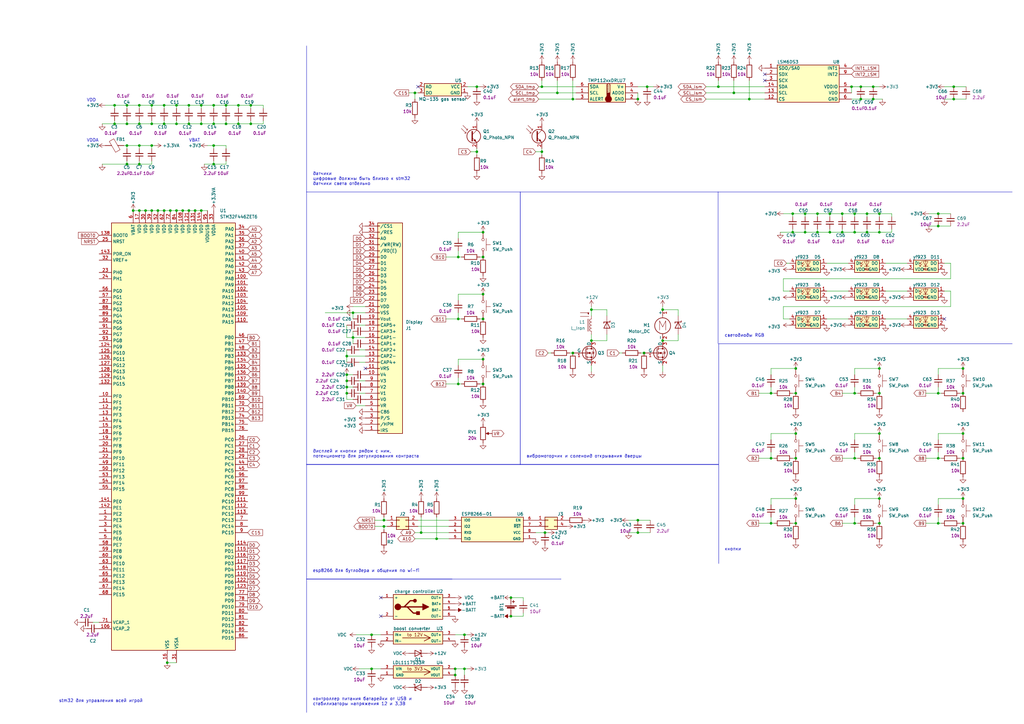
<source format=kicad_sch>
(kicad_sch (version 20230121) (generator eeschema)
  (paper "A3")
  (title_block (title "Странный кубик") (date "2023-05-31") (rev "1") (company "НТЦ Вулкан") (comment 1 "Странные игры") (comment 2 "Круглов В. С."))
  (junction (at 72.39 86.36))
  (junction (at 172.72 218.44))
  (junction (at 234.95 40.64))
  (junction (at 335.28 87.63))
  (junction (at 330.2 87.63))
  (junction (at 326.39 204.47))
  (junction (at 190.5 274.32))
  (junction (at 355.6 87.63))
  (junction (at 391.16 40.64))
  (junction (at 394.97 161.29))
  (junction (at 325.12 87.63))
  (junction (at 74.93 86.36))
  (junction (at 187.96 130.81))
  (junction (at 350.52 214.63))
  (junction (at 353.06 35.56))
  (junction (at 353.06 40.64))
  (junction (at 52.07 59.69))
  (junction (at 87.63 50.8))
  (junction (at 142.24 156.21))
  (junction (at 92.71 50.8))
  (junction (at 187.96 157.48))
  (junction (at 316.23 187.96))
  (junction (at 345.44 95.25))
  (junction (at 316.23 214.63))
  (junction (at 326.39 177.8))
  (junction (at 360.68 187.96))
  (junction (at 57.15 67.31))
  (junction (at 67.31 43.18))
  (junction (at 384.81 92.71))
  (junction (at 102.87 43.18))
  (junction (at 307.34 40.64))
  (junction (at 77.47 43.18))
  (junction (at 80.01 86.36))
  (junction (at 157.48 215.9))
  (junction (at 350.52 87.63))
  (junction (at 261.62 40.64))
  (junction (at 190.5 260.35))
  (junction (at 142.24 153.67))
  (junction (at 97.79 50.8))
  (junction (at 265.43 35.56))
  (junction (at 384.81 161.29))
  (junction (at 52.07 43.18))
  (junction (at 394.97 151.13))
  (junction (at 350.52 187.96))
  (junction (at 87.63 67.31))
  (junction (at 242.57 127))
  (junction (at 222.25 35.56))
  (junction (at 234.95 144.78))
  (junction (at 384.81 87.63))
  (junction (at 62.23 43.18))
  (junction (at 300.99 38.1))
  (junction (at 326.39 151.13))
  (junction (at 54.61 86.36))
  (junction (at 77.47 86.36))
  (junction (at 360.68 214.63))
  (junction (at 264.16 144.78))
  (junction (at 144.78 138.43))
  (junction (at 186.69 274.32))
  (junction (at 64.77 86.36))
  (junction (at 179.07 220.98))
  (junction (at 360.68 161.29))
  (junction (at 59.69 86.36))
  (junction (at 97.79 43.18))
  (junction (at 69.85 86.36))
  (junction (at 144.78 128.27))
  (junction (at 360.68 177.8))
  (junction (at 46.99 50.8))
  (junction (at 198.12 95.25))
  (junction (at 142.24 158.75))
  (junction (at 326.39 214.63))
  (junction (at 68.58 271.78))
  (junction (at 46.99 43.18))
  (junction (at 325.12 95.25))
  (junction (at 152.4 260.35))
  (junction (at 198.12 130.81))
  (junction (at 195.58 62.23))
  (junction (at 384.81 214.63))
  (junction (at 67.31 50.8))
  (junction (at 326.39 187.96))
  (junction (at 82.55 86.36))
  (junction (at 360.68 204.47))
  (junction (at 242.57 139.7))
  (junction (at 340.36 95.25))
  (junction (at 72.39 43.18))
  (junction (at 195.58 35.56))
  (junction (at 157.48 213.36))
  (junction (at 72.39 50.8))
  (junction (at 360.68 151.13))
  (junction (at 52.07 50.8))
  (junction (at 209.55 245.11))
  (junction (at 394.97 204.47))
  (junction (at 350.52 161.29))
  (junction (at 358.14 40.64))
  (junction (at 271.78 127))
  (junction (at 355.6 95.25))
  (junction (at 87.63 59.69))
  (junction (at 82.55 50.8))
  (junction (at 349.25 35.56))
  (junction (at 360.68 95.25))
  (junction (at 77.47 50.8))
  (junction (at 92.71 43.18))
  (junction (at 87.63 43.18))
  (junction (at 330.2 95.25))
  (junction (at 142.24 146.05))
  (junction (at 228.6 38.1))
  (junction (at 294.64 35.56))
  (junction (at 57.15 43.18))
  (junction (at 358.14 35.56))
  (junction (at 198.12 105.41))
  (junction (at 186.69 276.86))
  (junction (at 82.55 43.18))
  (junction (at 340.36 87.63))
  (junction (at 52.07 67.31))
  (junction (at 384.81 187.96))
  (junction (at 335.28 95.25))
  (junction (at 391.16 35.56))
  (junction (at 57.15 86.36))
  (junction (at 170.18 38.1))
  (junction (at 360.68 87.63))
  (junction (at 57.15 59.69))
  (junction (at 350.52 95.25))
  (junction (at 198.12 120.65))
  (junction (at 394.97 187.96))
  (junction (at 62.23 59.69))
  (junction (at 198.12 157.48))
  (junction (at 67.31 86.36))
  (junction (at 142.24 161.29))
  (junction (at 62.23 86.36))
  (junction (at 222.25 62.23))
  (junction (at 62.23 50.8))
  (junction (at 326.39 161.29))
  (junction (at 187.96 105.41))
  (junction (at 57.15 50.8))
  (junction (at 394.97 214.63))
  (junction (at 198.12 147.32))
  (junction (at 152.4 274.32))
  (junction (at 394.97 177.8))
  (junction (at 209.55 252.73))
  (junction (at 261.62 213.36))
  (junction (at 316.23 161.29))
  (junction (at 271.78 139.7))
  (junction (at 261.62 218.44))
  (junction (at 345.44 87.63))
  (junction (at 223.52 218.44))
  (junction (at 102.87 50.8))
  (no_connect (at 387.35 130.81))
  (no_connect (at 156.21 245.11))
  (no_connect (at 313.69 33.02))
  (no_connect (at 149.86 151.13))
  (no_connect (at 313.69 30.48))
  (no_connect (at 156.21 252.73))
  (no_connect (at 171.45 35.56))
  (wire (pts (xy 179.07 220.98) (xy 184.15 220.98)))
  (wire (pts (xy 278.13 137.16) (xy 278.13 139.7)))
  (wire (pts (xy 62.23 60.96) (xy 62.23 59.69)))
  (wire (pts (xy 52.07 49.53) (xy 52.07 50.8)))
  (wire (pts (xy 345.44 214.63) (xy 350.52 214.63)))
  (wire (pts (xy 350.52 207.01) (xy 350.52 204.47)))
  (wire (pts (xy 345.44 161.29) (xy 350.52 161.29)))
  (wire (pts (xy 350.52 87.63) (xy 350.52 88.9)))
  (wire (pts (xy 102.87 50.8) (xy 97.79 50.8)))
  (wire (pts (xy 147.32 161.29) (xy 149.86 161.29)))
  (wire (pts (xy 187.96 102.87) (xy 187.96 105.41)))
  (wire (pts (xy 142.24 143.51) (xy 142.24 146.05)))
  (wire (pts (xy 147.32 156.21) (xy 149.86 156.21)))
  (wire (pts (xy 379.73 214.63) (xy 384.81 214.63)))
  (wire (pts (xy 242.57 125.73) (xy 242.57 127)))
  (wire (pts (xy 187.96 97.79) (xy 187.96 95.25)))
  (wire (pts (xy 248.92 137.16) (xy 248.92 139.7)))
  (wire (pts (xy 142.24 153.67) (xy 142.24 156.21)))
  (wire (pts (xy 353.06 40.64) (xy 349.25 40.64)))
  (polyline (pts (xy 125.73 190.5) (xy 125.73 292.227)))
  (wire (pts (xy 52.07 66.04) (xy 52.07 67.31)))
  (wire (pts (xy 222.25 62.23) (xy 222.25 60.96)))
  (polyline (pts (xy 125.73 237.49) (xy 229.87 237.49)))
  (wire (pts (xy 97.79 50.8) (xy 97.79 49.53)))
  (wire (pts (xy 196.85 157.48) (xy 198.12 157.48)))
  (wire (pts (xy 142.24 156.21) (xy 142.24 158.75)))
  (wire (pts (xy 335.28 87.63) (xy 340.36 87.63)))
  (wire (pts (xy 278.13 127) (xy 271.78 127)))
  (wire (pts (xy 339.09 130.81) (xy 347.98 130.81)))
  (wire (pts (xy 186.69 274.32) (xy 186.69 276.86)))
  (wire (pts (xy 142.24 158.75) (xy 142.24 161.29)))
  (wire (pts (xy 57.15 67.31) (xy 62.23 67.31)))
  (wire (pts (xy 52.07 50.8) (xy 57.15 50.8)))
  (wire (pts (xy 384.81 177.8) (xy 394.97 177.8)))
  (wire (pts (xy 325.12 93.98) (xy 325.12 95.25)))
  (wire (pts (xy 360.68 93.98) (xy 360.68 95.25)))
  (wire (pts (xy 52.07 67.31) (xy 57.15 67.31)))
  (wire (pts (xy 387.35 119.38) (xy 389.89 119.38)))
  (wire (pts (xy 63.5 59.69) (xy 62.23 59.69)))
  (wire (pts (xy 69.85 86.36) (xy 72.39 86.36)))
  (wire (pts (xy 171.45 213.36) (xy 184.15 213.36)))
  (wire (pts (xy 82.55 86.36) (xy 85.09 86.36)))
  (wire (pts (xy 170.18 220.98) (xy 179.07 220.98)))
  (wire (pts (xy 393.7 214.63) (xy 394.97 214.63)))
  (wire (pts (xy 360.68 95.25) (xy 365.76 95.25)))
  (wire (pts (xy 142.24 146.05) (xy 142.24 148.59)))
  (wire (pts (xy 353.06 40.64) (xy 358.14 40.64)))
  (wire (pts (xy 187.96 149.86) (xy 187.96 147.32)))
  (polyline (pts (xy 294.513 78.74) (xy 415.163 78.74)))
  (wire (pts (xy 350.52 187.96) (xy 351.79 187.96)))
  (wire (pts (xy 195.58 35.56) (xy 196.85 35.56)))
  (wire (pts (xy 54.61 86.36) (xy 57.15 86.36)))
  (wire (pts (xy 340.36 87.63) (xy 345.44 87.63)))
  (wire (pts (xy 322.58 107.95) (xy 323.85 107.95)))
  (wire (pts (xy 46.99 43.18) (xy 46.99 44.45)))
  (wire (pts (xy 214.63 252.73) (xy 209.55 252.73)))
  (wire (pts (xy 271.78 152.4) (xy 271.78 149.86)))
  (wire (pts (xy 294.64 33.02) (xy 294.64 35.56)))
  (wire (pts (xy 384.81 180.34) (xy 384.81 177.8)))
  (wire (pts (xy 83.82 67.31) (xy 87.63 67.31)))
  (wire (pts (xy 363.22 130.81) (xy 372.11 130.81)))
  (wire (pts (xy 219.71 62.23) (xy 222.25 62.23)))
  (wire (pts (xy 360.68 87.63) (xy 360.68 88.9)))
  (wire (pts (xy 350.52 180.34) (xy 350.52 177.8)))
  (wire (pts (xy 257.81 218.44) (xy 261.62 218.44)))
  (wire (pts (xy 222.25 35.56) (xy 236.22 35.56)))
  (polyline (pts (xy 125.73 190.5) (xy 213.36 190.5)))
  (wire (pts (xy 339.09 119.38) (xy 347.98 119.38)))
  (polyline (pts (xy 294.513 78.74) (xy 125.73 78.74)))
  (wire (pts (xy 146.05 260.35) (xy 152.4 260.35)))
  (wire (pts (xy 82.55 50.8) (xy 87.63 50.8)))
  (wire (pts (xy 182.88 105.41) (xy 187.96 105.41)))
  (wire (pts (xy 350.52 93.98) (xy 350.52 95.25)))
  (polyline (pts (xy 213.36 78.74) (xy 213.36 190.5)))
  (wire (pts (xy 43.18 43.18) (xy 46.99 43.18)))
  (wire (pts (xy 68.58 271.78) (xy 72.39 271.78)))
  (wire (pts (xy 261.62 218.44) (xy 266.7 218.44)))
  (wire (pts (xy 359.41 214.63) (xy 360.68 214.63)))
  (wire (pts (xy 196.85 130.81) (xy 198.12 130.81)))
  (wire (pts (xy 349.25 35.56) (xy 353.06 35.56)))
  (wire (pts (xy 355.6 87.63) (xy 360.68 87.63)))
  (wire (pts (xy 384.81 212.09) (xy 384.81 214.63)))
  (wire (pts (xy 228.6 33.02) (xy 228.6 38.1)))
  (wire (pts (xy 289.56 40.64) (xy 307.34 40.64)))
  (wire (pts (xy 142.24 153.67) (xy 144.78 153.67)))
  (wire (pts (xy 190.5 276.86) (xy 190.5 274.32)))
  (wire (pts (xy 254 144.78) (xy 255.27 144.78)))
  (wire (pts (xy 350.52 158.75) (xy 350.52 161.29)))
  (wire (pts (xy 193.04 62.23) (xy 195.58 62.23)))
  (wire (pts (xy 41.91 67.31) (xy 52.07 67.31)))
  (polyline (pts (xy 125.73 78.74) (xy 125.73 190.5)))
  (wire (pts (xy 157.48 212.09) (xy 157.48 213.36)))
  (wire (pts (xy 300.99 38.1) (xy 313.69 38.1)))
  (wire (pts (xy 316.23 207.01) (xy 316.23 204.47)))
  (wire (pts (xy 307.34 40.64) (xy 313.69 40.64)))
  (wire (pts (xy 340.36 87.63) (xy 340.36 88.9)))
  (wire (pts (xy 350.52 214.63) (xy 351.79 214.63)))
  (wire (pts (xy 330.2 87.63) (xy 330.2 88.9)))
  (polyline (pts (xy 294.767 140.97) (xy 415.163 140.97)))
  (wire (pts (xy 381 87.63) (xy 384.81 87.63)))
  (wire (pts (xy 311.15 214.63) (xy 316.23 214.63)))
  (wire (pts (xy 345.44 87.63) (xy 345.44 88.9)))
  (wire (pts (xy 233.68 144.78) (xy 234.95 144.78)))
  (wire (pts (xy 62.23 49.53) (xy 62.23 50.8)))
  (wire (pts (xy 191.77 35.56) (xy 195.58 35.56)))
  (wire (pts (xy 87.63 49.53) (xy 87.63 50.8)))
  (wire (pts (xy 220.98 40.64) (xy 234.95 40.64)))
  (wire (pts (xy 92.71 50.8) (xy 97.79 50.8)))
  (wire (pts (xy 57.15 86.36) (xy 59.69 86.36)))
  (wire (pts (xy 214.63 251.46) (xy 214.63 252.73)))
  (wire (pts (xy 142.24 161.29) (xy 142.24 163.83)))
  (polyline (pts (xy 213.36 190.5) (xy 213.36 78.74)))
  (wire (pts (xy 271.78 125.73) (xy 271.78 127)))
  (wire (pts (xy 316.23 187.96) (xy 317.5 187.96)))
  (wire (pts (xy 248.92 129.54) (xy 248.92 127)))
  (wire (pts (xy 330.2 93.98) (xy 330.2 95.25)))
  (wire (pts (xy 147.32 143.51) (xy 149.86 143.51)))
  (wire (pts (xy 153.67 215.9) (xy 157.48 215.9)))
  (polyline (pts (xy 294.767 231.14) (xy 294.767 140.97)))
  (wire (pts (xy 384.81 207.01) (xy 384.81 204.47)))
  (wire (pts (xy 345.44 93.98) (xy 345.44 95.25)))
  (wire (pts (xy 363.22 119.38) (xy 372.11 119.38)))
  (wire (pts (xy 335.28 93.98) (xy 335.28 95.25)))
  (wire (pts (xy 97.79 43.18) (xy 97.79 44.45)))
  (wire (pts (xy 384.81 214.63) (xy 386.08 214.63)))
  (wire (pts (xy 146.05 166.37) (xy 149.86 166.37)))
  (wire (pts (xy 57.15 49.53) (xy 57.15 50.8)))
  (wire (pts (xy 355.6 87.63) (xy 355.6 88.9)))
  (wire (pts (xy 82.55 43.18) (xy 87.63 43.18)))
  (wire (pts (xy 335.28 87.63) (xy 335.28 88.9)))
  (wire (pts (xy 278.13 139.7) (xy 271.78 139.7)))
  (wire (pts (xy 234.95 33.02) (xy 234.95 40.64)))
  (wire (pts (xy 72.39 43.18) (xy 77.47 43.18)))
  (wire (pts (xy 97.79 43.18) (xy 102.87 43.18)))
  (wire (pts (xy 144.78 125.73) (xy 149.86 125.73)))
  (wire (pts (xy 265.43 35.56) (xy 267.97 35.56)))
  (wire (pts (xy 152.4 274.32) (xy 156.21 274.32)))
  (wire (pts (xy 361.95 40.64) (xy 358.14 40.64)))
  (wire (pts (xy 323.85 130.81) (xy 321.31 130.81)))
  (wire (pts (xy 107.95 50.8) (xy 107.95 49.53)))
  (wire (pts (xy 187.96 157.48) (xy 189.23 157.48)))
  (polyline (pts (xy 213.36 190.5) (xy 294.64 190.5)))
  (wire (pts (xy 355.6 93.98) (xy 355.6 95.25)))
  (wire (pts (xy 67.31 43.18) (xy 72.39 43.18)))
  (wire (pts (xy 67.31 43.18) (xy 67.31 44.45)))
  (wire (pts (xy 52.07 43.18) (xy 57.15 43.18)))
  (wire (pts (xy 350.52 185.42) (xy 350.52 187.96)))
  (wire (pts (xy 360.68 87.63) (xy 365.76 87.63)))
  (wire (pts (xy 59.69 86.36) (xy 62.23 86.36)))
  (wire (pts (xy 172.72 218.44) (xy 184.15 218.44)))
  (wire (pts (xy 257.81 213.36) (xy 261.62 213.36)))
  (wire (pts (xy 321.31 125.73) (xy 389.89 125.73)))
  (wire (pts (xy 87.63 43.18) (xy 87.63 44.45)))
  (wire (pts (xy 242.57 127) (xy 242.57 129.54)))
  (wire (pts (xy 234.95 40.64) (xy 236.22 40.64)))
  (wire (pts (xy 325.12 214.63) (xy 326.39 214.63)))
  (wire (pts (xy 182.88 157.48) (xy 187.96 157.48)))
  (wire (pts (xy 157.48 215.9) (xy 158.75 215.9)))
  (polyline (pts (xy 125.73 237.49) (xy 185.42 237.49)))
  (wire (pts (xy 157.48 217.17) (xy 157.48 215.9)))
  (wire (pts (xy 190.5 260.35) (xy 191.77 260.35)))
  (wire (pts (xy 87.63 59.69) (xy 87.63 60.96)))
  (wire (pts (xy 316.23 158.75) (xy 316.23 161.29)))
  (wire (pts (xy 179.07 212.09) (xy 179.07 220.98)))
  (wire (pts (xy 186.69 274.32) (xy 190.5 274.32)))
  (wire (pts (xy 325.12 187.96) (xy 326.39 187.96)))
  (wire (pts (xy 144.78 138.43) (xy 144.78 140.97)))
  (wire (pts (xy 379.73 161.29) (xy 384.81 161.29)))
  (wire (pts (xy 325.12 87.63) (xy 330.2 87.63)))
  (wire (pts (xy 62.23 50.8) (xy 67.31 50.8)))
  (wire (pts (xy 350.52 95.25) (xy 355.6 95.25)))
  (wire (pts (xy 214.63 246.38) (xy 214.63 245.11)))
  (polyline (pts (xy 229.87 237.49) (xy 230.124 237.49)))
  (wire (pts (xy 384.81 185.42) (xy 384.81 187.96)))
  (wire (pts (xy 72.39 43.18) (xy 72.39 44.45)))
  (wire (pts (xy 52.07 59.69) (xy 57.15 59.69)))
  (wire (pts (xy 350.52 204.47) (xy 360.68 204.47)))
  (wire (pts (xy 330.2 87.63) (xy 335.28 87.63)))
  (wire (pts (xy 214.63 245.11) (xy 209.55 245.11)))
  (wire (pts (xy 72.39 49.53) (xy 72.39 50.8)))
  (wire (pts (xy 321.31 87.63) (xy 325.12 87.63)))
  (polyline (pts (xy 125.73 18.796) (xy 125.73 78.74)))
  (wire (pts (xy 350.52 177.8) (xy 360.68 177.8)))
  (wire (pts (xy 321.31 119.38) (xy 321.31 114.3)))
  (wire (pts (xy 311.15 161.29) (xy 316.23 161.29)))
  (wire (pts (xy 72.39 50.8) (xy 77.47 50.8)))
  (wire (pts (xy 316.23 161.29) (xy 317.5 161.29)))
  (wire (pts (xy 316.23 212.09) (xy 316.23 214.63)))
  (wire (pts (xy 195.58 62.23) (xy 195.58 60.96)))
  (wire (pts (xy 365.76 93.98) (xy 365.76 95.25)))
  (wire (pts (xy 359.41 161.29) (xy 360.68 161.29)))
  (wire (pts (xy 223.52 218.44) (xy 224.79 218.44)))
  (wire (pts (xy 330.2 95.25) (xy 335.28 95.25)))
  (wire (pts (xy 353.06 35.56) (xy 358.14 35.56)))
  (wire (pts (xy 387.35 107.95) (xy 389.89 107.95)))
  (wire (pts (xy 102.87 43.18) (xy 102.87 44.45)))
  (wire (pts (xy 363.22 107.95) (xy 372.11 107.95)))
  (wire (pts (xy 186.69 260.35) (xy 190.5 260.35)))
  (wire (pts (xy 350.52 153.67) (xy 350.52 151.13)))
  (wire (pts (xy 57.15 66.04) (xy 57.15 67.31)))
  (wire (pts (xy 87.63 43.18) (xy 92.71 43.18)))
  (wire (pts (xy 38.1 255.27) (xy 40.64 255.27)))
  (wire (pts (xy 52.07 43.18) (xy 52.07 44.45)))
  (wire (pts (xy 325.12 95.25) (xy 330.2 95.25)))
  (wire (pts (xy 147.32 148.59) (xy 149.86 148.59)))
  (wire (pts (xy 85.09 59.69) (xy 87.63 59.69)))
  (wire (pts (xy 50.8 59.69) (xy 52.07 59.69)))
  (wire (pts (xy 92.71 66.04) (xy 92.71 67.31)))
  (wire (pts (xy 82.55 43.18) (xy 82.55 44.45)))
  (wire (pts (xy 62.23 43.18) (xy 62.23 44.45)))
  (wire (pts (xy 393.7 187.96) (xy 394.97 187.96)))
  (wire (pts (xy 359.41 187.96) (xy 360.68 187.96)))
  (wire (pts (xy 144.78 135.89) (xy 144.78 138.43)))
  (wire (pts (xy 325.12 87.63) (xy 325.12 88.9)))
  (wire (pts (xy 62.23 86.36) (xy 64.77 86.36)))
  (wire (pts (xy 350.52 161.29) (xy 351.79 161.29)))
  (wire (pts (xy 294.64 35.56) (xy 313.69 35.56)))
  (wire (pts (xy 335.28 95.25) (xy 340.36 95.25)))
  (wire (pts (xy 57.15 59.69) (xy 57.15 60.96)))
  (wire (pts (xy 82.55 49.53) (xy 82.55 50.8)))
  (wire (pts (xy 261.62 213.36) (xy 266.7 213.36)))
  (wire (pts (xy 384.81 187.96) (xy 386.08 187.96)))
  (wire (pts (xy 190.5 274.32) (xy 191.77 274.32)))
  (wire (pts (xy 384.81 153.67) (xy 384.81 151.13)))
  (wire (pts (xy 222.25 63.5) (xy 222.25 62.23)))
  (wire (pts (xy 144.78 138.43) (xy 149.86 138.43)))
  (wire (pts (xy 320.04 95.25) (xy 325.12 95.25)))
  (wire (pts (xy 220.98 38.1) (xy 228.6 38.1)))
  (wire (pts (xy 195.58 63.5) (xy 195.58 62.23)))
  (wire (pts (xy 316.23 151.13) (xy 326.39 151.13)))
  (wire (pts (xy 41.91 50.8) (xy 46.99 50.8)))
  (wire (pts (xy 170.18 38.1) (xy 171.45 38.1)))
  (wire (pts (xy 142.24 158.75) (xy 144.78 158.75)))
  (wire (pts (xy 102.87 50.8) (xy 107.95 50.8)))
  (wire (pts (xy 144.78 163.83) (xy 142.24 163.83)))
  (wire (pts (xy 389.89 119.38) (xy 389.89 125.73)))
  (wire (pts (xy 323.85 119.38) (xy 321.31 119.38)))
  (wire (pts (xy 80.01 86.36) (xy 82.55 86.36)))
  (wire (pts (xy 248.92 139.7) (xy 242.57 139.7)))
  (wire (pts (xy 92.71 43.18) (xy 97.79 43.18)))
  (wire (pts (xy 321.31 130.81) (xy 321.31 125.73)))
  (wire (pts (xy 107.95 44.45) (xy 107.95 43.18)))
  (wire (pts (xy 391.16 35.56) (xy 396.24 35.56)))
  (wire (pts (xy 384.81 92.71) (xy 389.89 92.71)))
  (wire (pts (xy 64.77 86.36) (xy 67.31 86.36)))
  (wire (pts (xy 360.68 35.56) (xy 358.14 35.56)))
  (wire (pts (xy 187.96 120.65) (xy 198.12 120.65)))
  (wire (pts (xy 349.25 35.56) (xy 349.25 38.1)))
  (wire (pts (xy 144.78 128.27) (xy 149.86 128.27)))
  (wire (pts (xy 316.23 177.8) (xy 326.39 177.8)))
  (wire (pts (xy 316.23 214.63) (xy 317.5 214.63)))
  (polyline (pts (xy 125.73 190.5) (xy 294.64 190.5)))
  (wire (pts (xy 365.76 87.63) (xy 365.76 88.9)))
  (wire (pts (xy 381 92.71) (xy 384.81 92.71)))
  (wire (pts (xy 172.72 212.09) (xy 172.72 218.44)))
  (wire (pts (xy 107.95 43.18) (xy 102.87 43.18)))
  (wire (pts (xy 170.18 40.64) (xy 170.18 38.1)))
  (wire (pts (xy 157.48 213.36) (xy 158.75 213.36)))
  (wire (pts (xy 57.15 43.18) (xy 62.23 43.18)))
  (wire (pts (xy 52.07 59.69) (xy 52.07 60.96)))
  (wire (pts (xy 261.62 35.56) (xy 265.43 35.56)))
  (wire (pts (xy 46.99 50.8) (xy 52.07 50.8)))
  (wire (pts (xy 262.89 144.78) (xy 264.16 144.78)))
  (wire (pts (xy 46.99 49.53) (xy 46.99 50.8)))
  (wire (pts (xy 391.16 40.64) (xy 396.24 40.64)))
  (wire (pts (xy 67.31 49.53) (xy 67.31 50.8)))
  (wire (pts (xy 87.63 50.8) (xy 92.71 50.8)))
  (wire (pts (xy 384.81 151.13) (xy 394.97 151.13)))
  (wire (pts (xy 57.15 59.69) (xy 62.23 59.69)))
  (wire (pts (xy 144.78 128.27) (xy 133.35 128.27)))
  (wire (pts (xy 316.23 180.34) (xy 316.23 177.8)))
  (wire (pts (xy 261.62 38.1) (xy 261.62 40.64)))
  (wire (pts (xy 316.23 153.67) (xy 316.23 151.13)))
  (wire (pts (xy 77.47 49.53) (xy 77.47 50.8)))
  (wire (pts (xy 167.64 38.1) (xy 170.18 38.1)))
  (wire (pts (xy 144.78 138.43) (xy 142.24 138.43)))
  (wire (pts (xy 379.73 187.96) (xy 384.81 187.96)))
  (wire (pts (xy 77.47 43.18) (xy 77.47 44.45)))
  (wire (pts (xy 72.39 86.36) (xy 74.93 86.36)))
  (wire (pts (xy 242.57 137.16) (xy 242.57 139.7)))
  (wire (pts (xy 142.24 146.05) (xy 149.86 146.05)))
  (wire (pts (xy 147.32 133.35) (xy 149.86 133.35)))
  (wire (pts (xy 67.31 86.36) (xy 69.85 86.36)))
  (wire (pts (xy 62.23 43.18) (xy 67.31 43.18)))
  (wire (pts (xy 384.81 161.29) (xy 386.08 161.29)))
  (wire (pts (xy 222.25 33.02) (xy 222.25 35.56)))
  (wire (pts (xy 77.47 50.8) (xy 82.55 50.8)))
  (wire (pts (xy 102.87 49.53) (xy 102.87 50.8)))
  (wire (pts (xy 170.18 218.44) (xy 172.72 218.44)))
  (wire (pts (xy 389.89 107.95) (xy 389.89 114.3)))
  (wire (pts (xy 187.96 95.25) (xy 198.12 95.25)))
  (wire (pts (xy 187.96 130.81) (xy 189.23 130.81)))
  (wire (pts (xy 350.52 151.13) (xy 360.68 151.13)))
  (wire (pts (xy 339.09 107.95) (xy 347.98 107.95)))
  (wire (pts (xy 300.99 33.02) (xy 300.99 38.1)))
  (wire (pts (xy 387.35 35.56) (xy 391.16 35.56)))
  (wire (pts (xy 220.98 35.56) (xy 222.25 35.56)))
  (wire (pts (xy 384.81 158.75) (xy 384.81 161.29)))
  (wire (pts (xy 340.36 95.25) (xy 345.44 95.25)))
  (wire (pts (xy 393.7 161.29) (xy 394.97 161.29)))
  (wire (pts (xy 196.85 105.41) (xy 198.12 105.41)))
  (wire (pts (xy 325.12 161.29) (xy 326.39 161.29)))
  (wire (pts (xy 248.92 127) (xy 242.57 127)))
  (wire (pts (xy 74.93 86.36) (xy 77.47 86.36)))
  (wire (pts (xy 224.79 144.78) (xy 226.06 144.78)))
  (wire (pts (xy 46.99 43.18) (xy 52.07 43.18)))
  (wire (pts (xy 321.31 114.3) (xy 389.89 114.3)))
  (wire (pts (xy 147.32 274.32) (xy 152.4 274.32)))
  (wire (pts (xy 345.44 187.96) (xy 350.52 187.96)))
  (wire (pts (xy 87.63 66.04) (xy 87.63 67.31)))
  (wire (pts (xy 316.23 204.47) (xy 326.39 204.47)))
  (wire (pts (xy 316.23 185.42) (xy 316.23 187.96)))
  (wire (pts (xy 289.56 35.56) (xy 294.64 35.56)))
  (wire (pts (xy 345.44 87.63) (xy 350.52 87.63)))
  (wire (pts (xy 87.63 59.69) (xy 92.71 59.69)))
  (wire (pts (xy 384.81 87.63) (xy 389.89 87.63)))
  (wire (pts (xy 355.6 95.25) (xy 360.68 95.25)))
  (wire (pts (xy 187.96 123.19) (xy 187.96 120.65)))
  (wire (pts (xy 311.15 187.96) (xy 316.23 187.96)))
  (wire (pts (xy 142.24 138.43) (xy 142.24 133.35)))
  (wire (pts (xy 187.96 147.32) (xy 198.12 147.32)))
  (wire (pts (xy 144.78 130.81) (xy 144.78 128.27)))
  (wire (pts (xy 77.47 43.18) (xy 82.55 43.18)))
  (wire (pts (xy 278.13 129.54) (xy 278.13 127)))
  (wire (pts (xy 242.57 152.4) (xy 242.57 149.86)))
  (wire (pts (xy 92.71 59.69) (xy 92.71 60.96)))
  (polyline (pts (xy 294.513 140.97) (xy 294.513 78.74)))
  (wire (pts (xy 87.63 67.31) (xy 92.71 67.31)))
  (wire (pts (xy 171.45 215.9) (xy 184.15 215.9)))
  (wire (pts (xy 219.71 218.44) (xy 223.52 218.44)))
  (wire (pts (xy 92.71 49.53) (xy 92.71 50.8)))
  (wire (pts (xy 152.4 260.35) (xy 156.21 260.35)))
  (wire (pts (xy 345.44 95.25) (xy 350.52 95.25)))
  (wire (pts (xy 92.71 43.18) (xy 92.71 44.45)))
  (wire (pts (xy 228.6 38.1) (xy 236.22 38.1)))
  (wire (pts (xy 153.67 213.36) (xy 157.48 213.36)))
  (wire (pts (xy 307.34 33.02) (xy 307.34 40.64)))
  (wire (pts (xy 340.36 93.98) (xy 340.36 95.25)))
  (wire (pts (xy 187.96 128.27) (xy 187.96 130.81)))
  (wire (pts (xy 350.52 87.63) (xy 355.6 87.63)))
  (wire (pts (xy 182.88 130.81) (xy 187.96 130.81)))
  (wire (pts (xy 289.56 38.1) (xy 300.99 38.1)))
  (wire (pts (xy 77.47 86.36) (xy 80.01 86.36)))
  (wire (pts (xy 67.31 50.8) (xy 72.39 50.8)))
  (wire (pts (xy 57.15 50.8) (xy 62.23 50.8)))
  (wire (pts (xy 384.81 204.47) (xy 394.97 204.47)))
  (wire (pts (xy 187.96 154.94) (xy 187.96 157.48)))
  (wire (pts (xy 387.35 40.64) (xy 391.16 40.64)))
  (wire (pts (xy 62.23 66.04) (xy 62.23 67.31)))
  (wire (pts (xy 57.15 43.18) (xy 57.15 44.45)))
  (wire (pts (xy 350.52 212.09) (xy 350.52 214.63)))
  (wire (pts (xy 187.96 105.41) (xy 189.23 105.41)))
  (text "светодиоды RGB " (at 297.18 138.43 0) (effects (font (size 1.27 1.27)) (justify left bottom)))
  (text "VDDA" (at 35.56 58.42 0) (effects (font (size 1.27 1.27)) (justify left bottom)))
  (text "esp8266 для бутлодера и общения по wi-fi\n" (at 128.27 234.95 0) (effects (font (size 1.27 1.27)) (justify left bottom)))
  (text "stm32 для управления всей игрой" (at 24.13 288.29 0) (effects (font (size 1.27 1.27)) (justify left bottom)))
  (text "кнопки \n" (at 297.18 226.06 0) (effects (font (size 1.27 1.27)) (justify left bottom)))
  (text "вибромоторчик и соленоид открывания дверцы" (at 215.9 187.96 0) (effects (font (size 1.27 1.27)) (justify left bottom)))
  (text "дисплей и кнопки рядом с ним,\nпотенциометр для регулирования контраста" (at 128.27 187.96 0) (effects (font (size 1.27 1.27)) (justify left bottom)))
  (text "VDD\n" (at 35.56 41.91 0) (effects (font (size 1.27 1.27)) (justify left bottom)))
  (text "датчики\nцифровые должны быть близко к stm32\nдатчики света отдельно" (at 128.27 76.2 0) (effects (font (size 1.27 1.27)) (justify left bottom)))
  (text "VBAT\n" (at 77.47 58.42 0) (effects (font (size 1.27 1.27)) (justify left bottom)))
  (text "контроллер питания батарейки от USB и\nстабилизаторы напряжения 12 и 3,3В" (at 128.27 289.56 0) (effects (font (size 1.27 1.27)) (justify left bottom)))
  (global_label "D10" (shape output) (at 101.6 248.92 0) (property "Intersheetrefs" "${INTERSHEET_REFS}" (effects hide)))
  (global_label "B4" (shape input) (at 101.6 148.59 0) (property "Intersheetrefs" "${INTERSHEET_REFS}" (effects hide)))
  (global_label "D2" (shape input) (at 149.86 102.87 180) (property "Intersheetrefs" "${INTERSHEET_REFS}" (effects hide)))
  (global_label "B10" (shape input) (at 101.6 163.83 0) (property "Intersheetrefs" "${INTERSHEET_REFS}" (effects hide)))
  (global_label "B8" (shape input) (at 101.6 158.75 0) (property "Intersheetrefs" "${INTERSHEET_REFS}" (effects hide)))
  (global_label "D8" (shape output) (at 101.6 243.84 0) (property "Intersheetrefs" "${INTERSHEET_REFS}" (effects hide)))
  (global_label "B12" (shape input) (at 101.6 168.91 0) (property "Intersheetrefs" "${INTERSHEET_REFS}" (effects hide)))
  (global_label "A1" (shape bidirectional) (at 101.6 96.52 0) (property "Intersheetrefs" "${INTERSHEET_REFS}" (effects hide)))
  (global_label "A4" (shape bidirectional) (at 101.6 106.68 0) (property "Intersheetrefs" "${INTERSHEET_REFS}" (effects hide)))
  (global_label "A0" (shape bidirectional) (at 101.6 93.98 0) (property "Intersheetrefs" "${INTERSHEET_REFS}" (effects hide)))
  (global_label "C4" (shape output) (at 101.6 190.5 0) (property "Intersheetrefs" "${INTERSHEET_REFS}" (effects hide)))
  (global_label "D0" (shape output) (at 101.6 223.52 0) (property "Intersheetrefs" "${INTERSHEET_REFS}" (effects hide)))
  (global_label "D7" (shape input) (at 149.86 115.57 180) (property "Intersheetrefs" "${INTERSHEET_REFS}" (effects hide)))
  (global_label "A7" (shape bidirectional) (at 101.6 111.76 0) (property "Intersheetrefs" "${INTERSHEET_REFS}" (effects hide)))
  (global_label "B9" (shape output) (at 379.73 214.63 180) (property "Intersheetrefs" "${INTERSHEET_REFS}" (effects hide)))
  (global_label "VR" (shape output) (at 201.93 177.8 0) (property "Intersheetrefs" "${INTERSHEET_REFS}" (effects hide)))
  (global_label "D1" (shape input) (at 149.86 100.33 180) (property "Intersheetrefs" "${INTERSHEET_REFS}" (effects hide)))
  (global_label "С0" (shape input) (at 322.58 107.95 180) (property "Intersheetrefs" "${INTERSHEET_REFS}" (effects hide)))
  (global_label "D5" (shape input) (at 149.86 110.49 180) (property "Intersheetrefs" "${INTERSHEET_REFS}" (effects hide)))
  (global_label "NRST" (shape output) (at 153.67 213.36 180) (property "Intersheetrefs" "${INTERSHEET_REFS}" (effects hide)))
  (global_label "B4" (shape output) (at 345.44 161.29 180) (property "Intersheetrefs" "${INTERSHEET_REFS}" (effects hide)))
  (global_label "B11" (shape output) (at 182.88 130.81 180) (property "Intersheetrefs" "${INTERSHEET_REFS}" (effects hide)))
  (global_label "B5" (shape input) (at 101.6 151.13 0) (property "Intersheetrefs" "${INTERSHEET_REFS}" (effects hide)))
  (global_label "B5" (shape output) (at 345.44 187.96 180) (property "Intersheetrefs" "${INTERSHEET_REFS}" (effects hide)))
  (global_label "SCL_lsm" (shape bidirectional) (at 289.56 38.1 180) (property "Intersheetrefs" "${INTERSHEET_REFS}" (effects hide)))
  (global_label "D8" (shape input) (at 149.86 118.11 180) (property "Intersheetrefs" "${INTERSHEET_REFS}" (effects hide)))
  (global_label "B2" (shape output) (at 311.15 187.96 180) (property "Intersheetrefs" "${INTERSHEET_REFS}" (effects hide)))
  (global_label "D6" (shape input) (at 149.86 113.03 180) (property "Intersheetrefs" "${INTERSHEET_REFS}" (effects hide)))
  (global_label "C15" (shape output) (at 167.64 38.1 180) (property "Intersheetrefs" "${INTERSHEET_REFS}" (effects hide)))
  (global_label "B13" (shape input) (at 101.6 171.45 0) (property "Intersheetrefs" "${INTERSHEET_REFS}" (effects hide)))
  (global_label "B10" (shape output) (at 182.88 105.41 180) (property "Intersheetrefs" "${INTERSHEET_REFS}" (effects hide)))
  (global_label "C3" (shape output) (at 101.6 187.96 0) (property "Intersheetrefs" "${INTERSHEET_REFS}" (effects hide)))
  (global_label "D9" (shape output) (at 101.6 246.38 0) (property "Intersheetrefs" "${INTERSHEET_REFS}" (effects hide)))
  (global_label "D1" (shape output) (at 101.6 226.06 0) (property "Intersheetrefs" "${INTERSHEET_REFS}" (effects hide)))
  (global_label "B3" (shape input) (at 101.6 146.05 0) (property "Intersheetrefs" "${INTERSHEET_REFS}" (effects hide)))
  (global_label "D10" (shape input) (at 149.86 123.19 180) (property "Intersheetrefs" "${INTERSHEET_REFS}" (effects hide)))
  (global_label "С1" (shape output) (at 101.6 182.88 0) (property "Intersheetrefs" "${INTERSHEET_REFS}" (effects hide)))
  (global_label "D7" (shape output) (at 101.6 241.3 0) (property "Intersheetrefs" "${INTERSHEET_REFS}" (effects hide)))
  (global_label "D5" (shape output) (at 101.6 236.22 0) (property "Intersheetrefs" "${INTERSHEET_REFS}" (effects hide)))
  (global_label "С3" (shape input) (at 193.04 62.23 180) (property "Intersheetrefs" "${INTERSHEET_REFS}" (effects hide)))
  (global_label "B2" (shape input) (at 101.6 143.51 0) (property "Intersheetrefs" "${INTERSHEET_REFS}" (effects hide)))
  (global_label "SDA_tmp" (shape bidirectional) (at 220.98 35.56 180) (property "Intersheetrefs" "${INTERSHEET_REFS}" (effects hide)))
  (global_label "B1" (shape input) (at 101.6 140.97 0) (property "Intersheetrefs" "${INTERSHEET_REFS}" (effects hide)))
  (global_label "D4" (shape output) (at 101.6 233.68 0) (property "Intersheetrefs" "${INTERSHEET_REFS}" (effects hide)))
  (global_label "A5" (shape bidirectional) (at 101.6 104.14 0) (property "Intersheetrefs" "${INTERSHEET_REFS}" (effects hide)))
  (global_label "B8" (shape output) (at 379.73 187.96 180) (property "Intersheetrefs" "${INTERSHEET_REFS}" (effects hide)))
  (global_label "SCL_tmp" (shape bidirectional) (at 220.98 38.1 180) (property "Intersheetrefs" "${INTERSHEET_REFS}" (effects hide)))
  (global_label "NRST" (shape input) (at 40.64 99.06 180) (property "Intersheetrefs" "${INTERSHEET_REFS}" (effects hide)))
  (global_label "D3" (shape input) (at 149.86 105.41 180) (property "Intersheetrefs" "${INTERSHEET_REFS}" (effects hide)))
  (global_label "INT1_LSM" (shape input) (at 349.25 27.94 0) (property "Intersheetrefs" "${INTERSHEET_REFS}" (effects hide)))
  (global_label "B11" (shape input) (at 101.6 166.37 0) (property "Intersheetrefs" "${INTERSHEET_REFS}" (effects hide)))
  (global_label "D2" (shape output) (at 101.6 228.6 0) (property "Intersheetrefs" "${INTERSHEET_REFS}" (effects hide)))
  (global_label "C2" (shape output) (at 101.6 185.42 0) (property "Intersheetrefs" "${INTERSHEET_REFS}" (effects hide)))
  (global_label "D3" (shape output) (at 101.6 231.14 0) (property "Intersheetrefs" "${INTERSHEET_REFS}" (effects hide)))
  (global_label "С0" (shape output) (at 101.6 180.34 0) (property "Intersheetrefs" "${INTERSHEET_REFS}" (effects hide)))
  (global_label "B6" (shape input) (at 101.6 153.67 0) (property "Intersheetrefs" "${INTERSHEET_REFS}" (effects hide)))
  (global_label "B1" (shape output) (at 311.15 161.29 180) (property "Intersheetrefs" "${INTERSHEET_REFS}" (effects hide)))
  (global_label "BOOT0" (shape output) (at 153.67 215.9 180) (property "Intersheetrefs" "${INTERSHEET_REFS}" (effects hide)))
  (global_label "B9" (shape input) (at 101.6 161.29 0) (property "Intersheetrefs" "${INTERSHEET_REFS}" (effects hide)))
  (global_label "VR" (shape input) (at 146.05 166.37 180) (property "Intersheetrefs" "${INTERSHEET_REFS}" (effects hide)))
  (global_label "B12" (shape output) (at 182.88 157.48 180) (property "Intersheetrefs" "${INTERSHEET_REFS}" (effects hide)))
  (global_label "D6" (shape output) (at 101.6 238.76 0) (property "Intersheetrefs" "${INTERSHEET_REFS}" (effects hide)))
  (global_label "D4" (shape input) (at 149.86 107.95 180) (property "Intersheetrefs" "${INTERSHEET_REFS}" (effects hide)))
  (global_label "B6" (shape output) (at 345.44 214.63 180) (property "Intersheetrefs" "${INTERSHEET_REFS}" (effects hide)))
  (global_label "B7" (shape output) (at 379.73 161.29 180) (property "Intersheetrefs" "${INTERSHEET_REFS}" (effects hide)))
  (global_label "B3" (shape output) (at 311.15 214.63 180) (property "Intersheetrefs" "${INTERSHEET_REFS}" (effects hide)))
  (global_label "A3" (shape bidirectional) (at 101.6 101.6 0) (property "Intersheetrefs" "${INTERSHEET_REFS}" (effects hide)))
  (global_label "С1" (shape input) (at 254 144.78 180) (property "Intersheetrefs" "${INTERSHEET_REFS}" (effects hide)))
  (global_label "CS_lsm" (shape bidirectional) (at 289.56 40.64 180) (property "Intersheetrefs" "${INTERSHEET_REFS}" (effects hide)))
  (global_label "INT2_LSM" (shape input) (at 349.25 30.48 0) (property "Intersheetrefs" "${INTERSHEET_REFS}" (effects hide)))
  (global_label "SDA_lsm" (shape bidirectional) (at 289.56 35.56 180) (property "Intersheetrefs" "${INTERSHEET_REFS}" (effects hide)))
  (global_label "A2" (shape bidirectional) (at 101.6 99.06 0) (property "Intersheetrefs" "${INTERSHEET_REFS}" (effects hide)))
  (global_label "A9" (shape bidirectional) (at 170.18 218.44 180) (property "Intersheetrefs" "${INTERSHEET_REFS}" (effects hide)))
  (global_label "A10" (shape bidirectional) (at 170.18 220.98 180) (property "Intersheetrefs" "${INTERSHEET_REFS}" (effects hide)))
  (global_label "alert_tmp" (shape bidirectional) (at 220.98 40.64 180) (property "Intersheetrefs" "${INTERSHEET_REFS}" (effects hide)))
  (global_label "D0" (shape input) (at 149.86 97.79 180) (property "Intersheetrefs" "${INTERSHEET_REFS}" (effects hide)))
  (global_label "С4" (shape input) (at 219.71 62.23 180) (property "Intersheetrefs" "${INTERSHEET_REFS}" (effects hide)))
  (global_label "A6" (shape bidirectional) (at 101.6 109.22 0) (property "Intersheetrefs" "${INTERSHEET_REFS}" (effects hide)))
  (global_label "D9" (shape input) (at 149.86 120.65 180) (property "Intersheetrefs" "${INTERSHEET_REFS}" (effects hide)))
  (global_label "C15" (shape input) (at 101.6 218.44 0) (property "Intersheetrefs" "${INTERSHEET_REFS}" (effects hide)))
  (global_label "B0" (shape output) (at 101.6 138.43 0) (property "Intersheetrefs" "${INTERSHEET_REFS}" (effects hide)))
  (global_label "C2" (shape input) (at 224.79 144.78 180) (property "Intersheetrefs" "${INTERSHEET_REFS}" (effects hide)))
  (global_label "BOOT0" (shape input) (at 40.64 96.52 180) (property "Intersheetrefs" "${INTERSHEET_REFS}" (effects hide)))
  (global_label "B7" (shape input) (at 101.6 156.21 0) (property "Intersheetrefs" "${INTERSHEET_REFS}" (effects hide)))
  (symbol (lib_id "PCM_4ms_Power-symbol:GND") (at 387.35 110.49 0) (mirror y) (unit 1)
    (property "Reference" "#PWR0121" (effects hide))
    (property "Value" "GND" (effects hide))
  )
  (symbol (lib_id "Library:1.2k_0603") (at 172.72 208.28 0) (mirror x) (unit 1)
    (property "Reference" "R4" (at 171.45 207.01 0) (effects (justify right)))
    (property "Value" "10k_0805" (effects hide))
    (property "Footprint" "PCM_4ms_Resistor:R_0805_2012Metric" (effects hide))
    (property "Datasheet" "https://www.chipdip.ru/product/0.125w-0805-1.2-kom-1" (effects hide))
    (property "Specifications" "10K, 1%, 1/10W, 0805" (effects hide))
    (property "Manufacturer" "Yageo" (effects hide))
    (property "Part Number" "RC0603FR-071K2L" (effects hide))
    (property "Display" "10k" (at 171.45 209.55 0) (effects (justify right)))
    (property "JLCPCB ID" "C22765" (effects hide))
  )
  (symbol (lib_id "Library:C_Generic") (at 87.63 63.5 0) (unit 1)
    (property "Reference" "C15" (at 88.9 68.58 0) (effects (justify right)))
    (property "Value" "C_Generic" (effects hide))
    (property "Footprint" "PCM_Capacitor_SMD_AKL:C_0402_1005Metric" (effects hide))
    (property "Datasheet" "https://www.chipdip.ru/product/grm21br60j106k" (effects hide))
    (property "Display" "?F" (effects hide))
    (property "Capacity" "2.2uF" (at 88.9 71.12 0) (effects (justify right)))
    (property "Voltage" "6.3V" (effects hide))
  )
  (symbol (lib_id "Library:C_Generic") (at 97.79 46.99 0) (mirror x) (unit 1)
    (property "Reference" "C18" (at 99.06 52.07 0) (effects (justify right)))
    (property "Value" "C_Generic" (effects hide))
    (property "Footprint" "PCM_Capacitor_SMD_AKL:C_0402_1005Metric" (effects hide))
    (property "Datasheet" "https://www.chipdip.ru/product0/9000255860" (effects hide))
    (property "Capacity" "0.1uF" (at 99.06 54.61 0) (effects (justify right)))
    (property "Voltage" "10V" (effects hide))
  )
  (symbol (lib_id "Library:C_Generic") (at 266.7 215.9 0) (unit 1)
    (property "Reference" "C45" (at 269.24 215.2713 0) (effects (justify left)))
    (property "Value" "C_Generic" (effects hide))
    (property "Footprint" "PCM_Capacitor_SMD_AKL:C_0402_1005Metric" (effects hide))
    (property "Datasheet" "https://www.chipdip.ru/product/grm21br60j106k" (effects hide))
    (property "Display" "?F" (effects hide))
    (property "Capacity" "2.2uF" (at 269.24 217.8113 0) (effects (justify left)))
    (property "Voltage" "6.3V" (effects hide))
  )
  (symbol (lib_id "LED:APA-106-F5") (at 331.47 134.62 0) (unit 1)
    (property "Reference" "D7" (at 335.28 128.27 0))
    (property "Value" "yf923" (at 328.93 128.27 0))
    (property "Footprint" "LED_THT:LED_D5.0mm-4_RGB" (effects hide))
    (property "Datasheet" "https://cdn.sparkfun.com/datasheets/Components/LED/COM-12877.pdf" (effects hide))
  )
  (symbol (lib_id "Library:C_Generic") (at 187.96 125.73 0) (mirror x) (unit 1)
    (property "Reference" "C36" (at 185.42 125.0886 0) (effects (justify right)))
    (property "Value" "C_Generic" (effects hide))
    (property "Footprint" "PCM_Capacitor_SMD_AKL:C_0402_1005Metric" (effects hide))
    (property "Datasheet" "https://www.chipdip.ru/product0/9000255860" (effects hide))
    (property "Capacity" "0.1uF" (at 185.42 127.6286 0) (effects (justify right)))
    (property "Voltage" "10V" (effects hide))
  )
  (symbol (lib_id "PCM_4ms_Power-symbol:GND") (at 387.35 133.35 0) (mirror y) (unit 1)
    (property "Reference" "#PWR0123" (effects hide))
    (property "Value" "GND" (effects hide))
  )
  (symbol (lib_name "1N914WT_1") (lib_id "Diode:1N914WT") (at 171.45 267.97 180) (unit 1)
    (property "Reference" "D1" (at 171.45 270.51 0))
    (property "Value" "S07B-GS08" (effects hide))
    (property "Footprint" "Diode_SMD:D_SMF" (effects hide))
    (property "Datasheet" "https://www.chipdip.ru/product0/8018882950" (effects hide))
    (property "Sim.Device" "D" (effects hide))
    (property "Sim.Pins" "1=K 2=A" (effects hide))
  )
  (symbol (lib_id "PCM_4ms_Power-symbol:GND") (at 198.12 165.1 0) (mirror y) (unit 1)
    (property "Reference" "#PWR057" (effects hide))
    (property "Value" "GND" (effects hide))
  )
  (symbol (lib_id "Library:C_Generic") (at 147.32 130.81 270) (mirror x) (unit 1)
    (property "Reference" "C26" (at 142.24 130.81 90))
    (property "Value" "C_Generic" (effects hide))
    (property "Footprint" "PCM_Capacitor_SMD_AKL:C_0402_1005Metric" (effects hide))
    (property "Datasheet" "https://www.chipdip.ru/product0/9000255860" (effects hide))
    (property "Capacity" "0.1uF" (at 137.16 130.81 90))
    (property "Voltage" "10V" (effects hide))
  )
  (symbol (lib_id "power:+3V3") (at 240.03 213.36 270) (unit 1)
    (property "Reference" "#PWR072" (effects hide))
    (property "Value" "+3V3" (at 242.57 213.36 90) (effects (justify left)))
  )
  (symbol (lib_id "Library:C_Generic") (at 52.07 63.5 0) (unit 1)
    (property "Reference" "C5" (at 53.34 68.58 0) (effects (justify right)))
    (property "Value" "C_Generic" (effects hide))
    (property "Footprint" "PCM_Capacitor_SMD_AKL:C_0402_1005Metric" (effects hide))
    (property "Datasheet" "https://www.chipdip.ru/product/grm21br60j106k" (effects hide))
    (property "Display" "?F" (effects hide))
    (property "Capacity" "2.2uF" (at 53.34 71.12 0) (effects (justify right)))
    (property "Voltage" "6.3V" (effects hide))
  )
  (symbol (lib_id "Switch:SW_Push") (at 326.39 182.88 270) (unit 1)
    (property "Reference" "SW5" (at 330.2 182.245 90) (effects (justify left)))
    (property "Value" "SW_Push" (at 330.2 184.785 90) (effects (justify left)))
    (property "Footprint" "Button_Switch_THT:SW_PUSH-12mm" (effects hide))
  )
  (symbol (lib_id "Library:1.2k_0603") (at 195.58 67.31 180) (unit 1)
    (property "Reference" "R9" (at 196.85 66.04 0) (effects (justify right)))
    (property "Value" "10k_0805" (effects hide))
    (property "Footprint" "PCM_4ms_Resistor:R_0805_2012Metric" (effects hide))
    (property "Datasheet" "https://www.chipdip.ru/product/0.125w-0805-1.2-kom-1" (effects hide))
    (property "Specifications" "10K, 1%, 1/10W, 0805" (effects hide))
    (property "Manufacturer" "Yageo" (effects hide))
    (property "Part Number" "RC0603FR-071K2L" (effects hide))
    (property "Display" "10k" (at 196.85 68.58 0) (effects (justify right)))
    (property "JLCPCB ID" "C22765" (effects hide))
  )
  (symbol (lib_id "Library:1.2k_0603") (at 360.68 191.77 0) (mirror x) (unit 1)
    (property "Reference" "R35" (at 359.41 190.5 0) (effects (justify right)))
    (property "Value" "10k_0805" (effects hide))
    (property "Footprint" "PCM_4ms_Resistor:R_0805_2012Metric" (effects hide))
    (property "Datasheet" "https://www.chipdip.ru/product/0.125w-0805-1.2-kom-1" (effects hide))
    (property "Specifications" "10K, 1%, 1/10W, 0805" (effects hide))
    (property "Manufacturer" "Yageo" (effects hide))
    (property "Part Number" "RC0603FR-071K2L" (effects hide))
    (property "Display" "10k" (at 359.41 193.04 0) (effects (justify right)))
    (property "JLCPCB ID" "C22765" (effects hide))
  )
  (symbol (lib_id "PCM_4ms_Power-symbol:+12V") (at 191.77 260.35 270) (unit 1)
    (property "Reference" "#PWR046" (effects hide))
    (property "Value" "+12V" (at 194.31 260.35 90) (effects (justify left)))
  )
  (symbol (lib_id "Library:1.2k_0603") (at 300.99 29.21 0) (mirror x) (unit 1)
    (property "Reference" "R23" (at 299.72 27.94 0) (effects (justify right)))
    (property "Value" "10k_0805" (effects hide))
    (property "Footprint" "PCM_4ms_Resistor:R_0805_2012Metric" (effects hide))
    (property "Datasheet" "https://www.chipdip.ru/product/0.125w-0805-1.2-kom-1" (effects hide))
    (property "Specifications" "10K, 1%, 1/10W, 0805" (effects hide))
    (property "Manufacturer" "Yageo" (effects hide))
    (property "Part Number" "RC0603FR-071K2L" (effects hide))
    (property "Display" "10k" (at 299.72 30.48 0) (effects (justify right)))
    (property "JLCPCB ID" "C22765" (effects hide))
  )
  (symbol (lib_id "Library:1.2k_0603") (at 234.95 29.21 0) (mirror x) (unit 1)
    (property "Reference" "R17" (at 233.68 27.94 0) (effects (justify right)))
    (property "Value" "10k_0805" (effects hide))
    (property "Footprint" "PCM_4ms_Resistor:R_0805_2012Metric" (effects hide))
    (property "Datasheet" "https://www.chipdip.ru/product/0.125w-0805-1.2-kom-1" (effects hide))
    (property "Specifications" "10K, 1%, 1/10W, 0805" (effects hide))
    (property "Manufacturer" "Yageo" (effects hide))
    (property "Part Number" "RC0603FR-071K2L" (effects hide))
    (property "Display" "10k" (at 233.68 30.48 0) (effects (justify right)))
    (property "JLCPCB ID" "C22765" (effects hide))
  )
  (symbol (lib_id "power:+3V3") (at 323.85 133.35 90) (unit 1)
    (property "Reference" "#PWR097" (effects hide))
    (property "Value" "+3V3" (at 320.04 133.985 90) (effects (justify left)))
  )
  (symbol (lib_id "Library:1.2k_0603") (at 179.07 208.28 0) (mirror x) (unit 1)
    (property "Reference" "R5" (at 177.8 207.01 0) (effects (justify right)))
    (property "Value" "10k_0805" (effects hide))
    (property "Footprint" "PCM_4ms_Resistor:R_0805_2012Metric" (effects hide))
    (property "Datasheet" "https://www.chipdip.ru/product/0.125w-0805-1.2-kom-1" (effects hide))
    (property "Specifications" "10K, 1%, 1/10W, 0805" (effects hide))
    (property "Manufacturer" "Yageo" (effects hide))
    (property "Part Number" "RC0603FR-071K2L" (effects hide))
    (property "Display" "10k" (at 177.8 209.55 0) (effects (justify right)))
    (property "JLCPCB ID" "C22765" (effects hide))
  )
  (symbol (lib_id "Library:C_Generic") (at 190.5 262.89 180) (unit 1)
    (property "Reference" "C38" (at 193.04 262.2486 0) (effects (justify right)))
    (property "Value" "C_Generic" (effects hide))
    (property "Footprint" "PCM_Capacitor_SMD_AKL:C_0805_2012Metric" (effects hide))
    (property "Datasheet" "https://www.chipdip.ru/product/grm21br60j106k" (effects hide))
    (property "Capacity" "10uF" (at 193.04 264.7886 0) (effects (justify right)))
    (property "Voltage" "6.3V" (effects hide))
  )
  (symbol (lib_id "power:+3V3") (at 381 87.63 90) (unit 1)
    (property "Reference" "#PWR0119" (effects hide))
    (property "Value" "+3V3" (at 378.46 87.63 90) (effects (justify left)))
  )
  (symbol (lib_id "Library:C_Generic") (at 186.69 279.4 0) (mirror x) (unit 1)
    (property "Reference" "C34" (at 186.69 285.75 0) (effects (justify right)))
    (property "Value" "C_Generic" (effects hide))
    (property "Footprint" "PCM_Capacitor_SMD_AKL:C_0805_2012Metric" (effects hide))
    (property "Datasheet" "https://www.chipdip.ru/product/grm21br60j106k" (effects hide))
    (property "Capacity" "10uF" (at 186.69 288.29 0) (effects (justify right)))
    (property "Voltage" "6.3V" (effects hide))
  )
  (symbol (lib_id "power:+3V3") (at 54.61 86.36 0) (unit 1)
    (property "Reference" "#PWR07" (effects hide))
    (property "Value" "+3V3" (at 54.61 83.82 90) (effects (justify left)))
  )
  (symbol (lib_id "power:+3V3") (at 307.34 25.4 0) (unit 1)
    (property "Reference" "#PWR085" (effects hide))
    (property "Value" "+3V3" (at 307.34 22.86 90) (effects (justify left)))
  )
  (symbol (lib_id "PCM_4ms_Power-symbol:GND") (at 41.91 50.8 0) (unit 1)
    (property "Reference" "#PWR03" (effects hide))
    (property "Value" "GND" (effects hide))
  )
  (symbol (lib_id "power:VDC") (at 147.32 274.32 90) (unit 1)
    (property "Reference" "#PWR017" (effects hide))
    (property "Value" "VDC" (at 144.78 274.32 90) (effects (justify left)))
  )
  (symbol (lib_id "PCM_4ms_Power-symbol:GND") (at 198.12 113.03 0) (mirror y) (unit 1)
    (property "Reference" "#PWR053" (effects hide))
    (property "Value" "GND" (effects hide))
  )
  (symbol (lib_id "Library:C_Generic") (at 92.71 46.99 0) (unit 1)
    (property "Reference" "C16" (at 93.98 41.91 0) (effects (justify right)))
    (property "Value" "C_Generic" (effects hide))
    (property "Footprint" "PCM_Capacitor_SMD_AKL:C_0402_1005Metric" (effects hide))
    (property "Datasheet" "https://www.chipdip.ru/product0/9000255860" (effects hide))
    (property "Capacity" "0.1uF" (at 93.98 39.37 0) (effects (justify right)))
    (property "Voltage" "10V" (effects hide))
  )
  (symbol (lib_id "power:+BATT") (at 209.55 245.11 90) (unit 1)
    (property "Reference" "#PWR060" (effects hide))
    (property "Value" "+BATT" (at 207.01 245.11 90) (effects (justify left)))
  )
  (symbol (lib_id "power:+3V3") (at 179.07 204.47 0) (unit 1)
    (property "Reference" "#PWR036" (effects hide))
    (property "Value" "+3V3" (at 179.07 201.93 90) (effects (justify left)))
  )
  (symbol (lib_id "power:GND") (at 257.81 218.44 0) (unit 1)
    (property "Reference" "#PWR076" (effects hide))
    (property "Value" "GND" (effects hide))
  )
  (symbol (lib_id "PCM_4ms_Power-symbol:GND") (at 149.86 168.91 270) (mirror x) (unit 1)
    (property "Reference" "#PWR020" (effects hide))
    (property "Value" "GND" (effects hide))
  )
  (symbol (lib_id "Library:1.2k_0603") (at 355.6 161.29 90) (mirror x) (unit 1)
    (property "Reference" "R31" (at 355.6 156.21 90))
    (property "Value" "10k_0805" (effects hide))
    (property "Footprint" "PCM_4ms_Resistor:R_0805_2012Metric" (effects hide))
    (property "Datasheet" "https://www.chipdip.ru/product/0.125w-0805-1.2-kom-1" (effects hide))
    (property "Specifications" "10K, 1%, 1/10W, 0805" (effects hide))
    (property "Manufacturer" "Yageo" (effects hide))
    (property "Part Number" "RC0603FR-071K2L" (effects hide))
    (property "Display" "10k" (at 355.6 158.75 90))
    (property "JLCPCB ID" "C22765" (effects hide))
  )
  (symbol (lib_id "Library:C_Generic") (at 144.78 143.51 270) (mirror x) (unit 1)
    (property "Reference" "C22" (at 139.7 143.51 90))
    (property "Value" "C_Generic" (effects hide))
    (property "Footprint" "PCM_Capacitor_SMD_AKL:C_0402_1005Metric" (effects hide))
    (property "Datasheet" "https://www.chipdip.ru/product0/9000255860" (effects hide))
    (property "Capacity" "0.1uF" (at 134.62 143.51 90))
    (property "Voltage" "10V" (effects hide))
  )
  (symbol (lib_id "Library:1.2k_0603") (at 198.12 161.29 0) (mirror x) (unit 1)
    (property "Reference" "R12" (at 196.85 160.02 0) (effects (justify right)))
    (property "Value" "10k_0805" (effects hide))
    (property "Footprint" "PCM_4ms_Resistor:R_0805_2012Metric" (effects hide))
    (property "Datasheet" "https://www.chipdip.ru/product/0.125w-0805-1.2-kom-1" (effects hide))
    (property "Specifications" "10K, 1%, 1/10W, 0805" (effects hide))
    (property "Manufacturer" "Yageo" (effects hide))
    (property "Part Number" "RC0603FR-071K2L" (effects hide))
    (property "Display" "10k" (at 196.85 162.56 0) (effects (justify right)))
    (property "JLCPCB ID" "C22765" (effects hide))
  )
  (symbol (lib_id "Library:1.2k_0603") (at 321.31 187.96 90) (mirror x) (unit 1)
    (property "Reference" "R26" (at 321.31 182.88 90))
    (property "Value" "10k_0805" (effects hide))
    (property "Footprint" "PCM_4ms_Resistor:R_0805_2012Metric" (effects hide))
    (property "Datasheet" "https://www.chipdip.ru/product/0.125w-0805-1.2-kom-1" (effects hide))
    (property "Specifications" "10K, 1%, 1/10W, 0805" (effects hide))
    (property "Manufacturer" "Yageo" (effects hide))
    (property "Part Number" "RC0603FR-071K2L" (effects hide))
    (property "Display" "10k" (at 321.31 185.42 90))
    (property "JLCPCB ID" "C22765" (effects hide))
  )
  (symbol (lib_id "LED:APA-106-F5") (at 331.47 111.76 0) (unit 1)
    (property "Reference" "D5" (at 335.28 105.41 0))
    (property "Value" "yf923" (at 328.93 105.41 0))
    (property "Footprint" "LED_THT:LED_D5.0mm-4_RGB" (effects hide))
    (property "Datasheet" "https://cdn.sparkfun.com/datasheets/Components/LED/COM-12877.pdf" (effects hide))
  )
  (symbol (lib_id "Switch:SW_Push") (at 394.97 156.21 270) (unit 1)
    (property "Reference" "SW10" (at 398.78 155.575 90) (effects (justify left)))
    (property "Value" "SW_Push" (at 398.78 158.115 90) (effects (justify left)))
    (property "Footprint" "Button_Switch_THT:SW_PUSH-12mm" (effects hide))
  )
  (symbol (lib_id "Library:C_Generic") (at 57.15 63.5 0) (mirror x) (unit 1)
    (property "Reference" "C7" (at 58.42 68.58 0) (effects (justify right)))
    (property "Value" "C_Generic" (effects hide))
    (property "Footprint" "PCM_Capacitor_SMD_AKL:C_0402_1005Metric" (effects hide))
    (property "Datasheet" "https://www.chipdip.ru/product0/9000255860" (effects hide))
    (property "Capacity" "0.1uF" (at 58.42 71.12 0) (effects (justify right)))
    (property "Voltage" "10V" (effects hide))
  )
  (symbol (lib_id "LED:APA-106-F5") (at 355.6 111.76 0) (unit 1)
    (property "Reference" "D8" (at 359.41 105.41 0))
    (property "Value" "yf923" (at 353.06 105.41 0))
    (property "Footprint" "LED_THT:LED_D5.0mm-4_RGB" (effects hide))
    (property "Datasheet" "https://cdn.sparkfun.com/datasheets/Components/LED/COM-12877.pdf" (effects hide))
  )
  (symbol (lib_id "Library:STM32F446ZETx") (at 71.12 180.34 0) (unit 1)
    (property "Reference" "U1" (at 90.17 86.36 0) (effects (justify left)))
    (property "Value" "STM32F446ZET6" (at 90.17 88.9 0) (effects (justify left)))
    (property "Footprint" "Package_QFP:LQFP-144_20x20mm_P0.5mm" (effects hide))
    (property "Datasheet" "https://www.st.com/resource/en/datasheet/stm32f446ze.pdf" (effects hide))
  )
  (symbol (lib_id "Library:1.2k_0603") (at 193.04 130.81 90) (mirror x) (unit 1)
    (property "Reference" "R7" (at 193.04 125.73 90))
    (property "Value" "10k_0805" (effects hide))
    (property "Footprint" "PCM_4ms_Resistor:R_0805_2012Metric" (effects hide))
    (property "Datasheet" "https://www.chipdip.ru/product/0.125w-0805-1.2-kom-1" (effects hide))
    (property "Specifications" "10K, 1%, 1/10W, 0805" (effects hide))
    (property "Manufacturer" "Yageo" (effects hide))
    (property "Part Number" "RC0603FR-071K2L" (effects hide))
    (property "Display" "10k" (at 193.04 128.27 90))
    (property "JLCPCB ID" "C22765" (effects hide))
  )
  (symbol (lib_id "power:GND") (at 35.56 257.81 270) (unit 1)
    (property "Reference" "#PWR02" (effects hide))
    (property "Value" "GND" (effects hide))
  )
  (symbol (lib_id "Library:C_Generic") (at 350.52 209.55 0) (mirror x) (unit 1)
    (property "Reference" "C55" (at 347.98 208.9086 0) (effects (justify right)))
    (property "Value" "C_Generic" (effects hide))
    (property "Footprint" "PCM_Capacitor_SMD_AKL:C_0402_1005Metric" (effects hide))
    (property "Datasheet" "https://www.chipdip.ru/product0/9000255860" (effects hide))
    (property "Capacity" "0.1uF" (at 347.98 211.4486 0) (effects (justify right)))
    (property "Voltage" "10V" (effects hide))
  )
  (symbol (lib_id "PCM_4ms_Power-symbol:GND") (at 195.58 71.12 0) (mirror y) (unit 1)
    (property "Reference" "#PWR050" (effects hide))
    (property "Value" "GND" (effects hide))
  )
  (symbol (lib_id "power:+3V3") (at 372.11 110.49 90) (unit 1)
    (property "Reference" "#PWR0114" (effects hide))
    (property "Value" "+3V3" (at 369.57 110.49 90) (effects (justify left)))
  )
  (symbol (lib_id "power:VDC") (at 167.64 267.97 90) (unit 1)
    (property "Reference" "#PWR030" (effects hide))
    (property "Value" "VDC" (at 165.1 267.97 90) (effects (justify left)))
  )
  (symbol (lib_id "power:+3V3") (at 360.68 35.56 270) (unit 1)
    (property "Reference" "#PWR0104" (effects hide))
    (property "Value" "+3V3" (at 363.22 35.56 90) (effects (justify left)))
  )
  (symbol (lib_id "Library:1.2k_0603") (at 307.34 29.21 0) (mirror x) (unit 1)
    (property "Reference" "R24" (at 306.07 27.94 0) (effects (justify right)))
    (property "Value" "10k_0805" (effects hide))
    (property "Footprint" "PCM_4ms_Resistor:R_0805_2012Metric" (effects hide))
    (property "Datasheet" "https://www.chipdip.ru/product/0.125w-0805-1.2-kom-1" (effects hide))
    (property "Specifications" "10K, 1%, 1/10W, 0805" (effects hide))
    (property "Manufacturer" "Yageo" (effects hide))
    (property "Part Number" "RC0603FR-071K2L" (effects hide))
    (property "Display" "10k" (at 306.07 30.48 0) (effects (justify right)))
    (property "JLCPCB ID" "C22765" (effects hide))
  )
  (symbol (lib_id "Library:Conn_02x03") (at 165.1 215.9 0) (unit 1)
    (property "Reference" "J2" (at 165.1 210.82 0))
    (property "Value" "Conn_02x02" (effects hide))
    (property "Footprint" "Connector_PinHeader_2.54mm:PinHeader_2x02_P2.54mm_Vertical" (effects hide))
    (property "Specifications" "HEADER 2x2 MALE PINS 0.100” 180deg" (effects hide))
    (property "Manufacturer" "Cixi Langlin" (effects hide))
    (property "Part Number" "LL1009-2A, 2.54MM 2*2PIN HEADER" (effects hide))
  )
  (symbol (lib_id "power:+3V3") (at 85.09 59.69 90) (unit 1)
    (property "Reference" "#PWR011" (effects hide))
    (property "Value" "+3V3" (at 82.55 59.69 90) (effects (justify left)))
  )
  (symbol (lib_id "Library:1.2k_0603") (at 326.39 191.77 0) (mirror x) (unit 1)
    (property "Reference" "R29" (at 325.12 190.5 0) (effects (justify right)))
    (property "Value" "10k_0805" (effects hide))
    (property "Footprint" "PCM_4ms_Resistor:R_0805_2012Metric" (effects hide))
    (property "Datasheet" "https://www.chipdip.ru/product/0.125w-0805-1.2-kom-1" (effects hide))
    (property "Specifications" "10K, 1%, 1/10W, 0805" (effects hide))
    (property "Manufacturer" "Yageo" (effects hide))
    (property "Part Number" "RC0603FR-071K2L" (effects hide))
    (property "Display" "10k" (at 325.12 193.04 0) (effects (justify right)))
    (property "JLCPCB ID" "C22765" (effects hide))
  )
  (symbol (lib_id "power:+3V3") (at 372.11 121.92 90) (unit 1)
    (property "Reference" "#PWR0115" (effects hide))
    (property "Value" "+3V3" (at 369.57 121.92 90) (effects (justify left)))
  )
  (symbol (lib_id "Switch:SW_Push") (at 326.39 156.21 270) (unit 1)
    (property "Reference" "SW4" (at 330.2 155.575 90) (effects (justify left)))
    (property "Value" "SW_Push" (at 330.2 158.115 90) (effects (justify left)))
    (property "Footprint" "Button_Switch_THT:SW_PUSH-12mm" (effects hide))
  )
  (symbol (lib_id "PCM_4ms_Power-symbol:GND") (at 234.95 152.4 0) (mirror y) (unit 1)
    (property "Reference" "#PWR071" (effects hide))
    (property "Value" "GND" (effects hide))
  )
  (symbol (lib_id "PCM_4ms_Power-symbol:GND") (at 144.78 128.27 270) (mirror x) (unit 1)
    (property "Reference" "#PWR015" (effects hide))
    (property "Value" "GND" (effects hide))
  )
  (symbol (lib_id "power:VDC") (at 167.64 281.94 90) (unit 1)
    (property "Reference" "#PWR031" (effects hide))
    (property "Value" "VDC" (at 165.1 281.94 90) (effects (justify left)))
  )
  (symbol (lib_id "power:+BATT") (at 186.69 247.65 270) (unit 1)
    (property "Reference" "#PWR038" (effects hide))
    (property "Value" "+BATT" (at 189.23 247.65 90) (effects (justify left)))
  )
  (symbol (lib_id "PCM_4ms_Power-symbol:GND") (at 360.68 195.58 0) (mirror y) (unit 1)
    (property "Reference" "#PWR0107" (effects hide))
    (property "Value" "GND" (effects hide))
  )
  (symbol (lib_id "Switch:SW_Push") (at 198.12 100.33 270) (unit 1)
    (property "Reference" "SW1" (at 201.93 99.695 90) (effects (justify left)))
    (property "Value" "SW_Push" (at 201.93 102.235 90) (effects (justify left)))
    (property "Footprint" "Button_Switch_THT:SW_PUSH-12mm" (effects hide))
  )
  (symbol (lib_id "Library:C_Generic") (at 102.87 46.99 0) (unit 1)
    (property "Reference" "C19" (at 104.14 41.91 0) (effects (justify right)))
    (property "Value" "C_Generic" (effects hide))
    (property "Footprint" "PCM_Capacitor_SMD_AKL:C_0402_1005Metric" (effects hide))
    (property "Datasheet" "https://www.chipdip.ru/product0/9000255860" (effects hide))
    (property "Capacity" "0.1uF" (at 104.14 39.37 0) (effects (justify right)))
    (property "Voltage" "10V" (effects hide))
  )
  (symbol (lib_id "Library:1.2k_0603") (at 389.89 161.29 90) (mirror x) (unit 1)
    (property "Reference" "R37" (at 389.89 156.21 90))
    (property "Value" "10k_0805" (effects hide))
    (property "Footprint" "PCM_4ms_Resistor:R_0805_2012Metric" (effects hide))
    (property "Datasheet" "https://www.chipdip.ru/product/0.125w-0805-1.2-kom-1" (effects hide))
    (property "Specifications" "10K, 1%, 1/10W, 0805" (effects hide))
    (property "Manufacturer" "Yageo" (effects hide))
    (property "Part Number" "RC0603FR-071K2L" (effects hide))
    (property "Display" "10k" (at 389.89 158.75 90))
    (property "JLCPCB ID" "C22765" (effects hide))
  )
  (symbol (lib_id "Device:Q_Photo_NPN") (at 219.71 55.88 0) (unit 1)
    (property "Reference" "Q2" (at 224.79 53.8607 0) (effects (justify left)))
    (property "Value" "Q_Photo_NPN" (at 224.79 56.4007 0) (effects (justify left)))
  )
  (symbol (lib_id "PCM_4ms_Power-symbol:GND") (at 264.16 152.4 0) (mirror y) (unit 1)
    (property "Reference" "#PWR078" (effects hide))
    (property "Value" "GND" (effects hide))
  )
  (symbol (lib_id "PCM_4ms_Power-symbol:GND") (at 41.91 67.31 0) (unit 1)
    (property "Reference" "#PWR04" (effects hide))
    (property "Value" "GND" (effects hide))
  )
  (symbol (lib_id "Library:C_Generic") (at 144.78 148.59 270) (mirror x) (unit 1)
    (property "Reference" "C23" (at 139.7 148.59 90))
    (property "Value" "C_Generic" (effects hide))
    (property "Footprint" "PCM_Capacitor_SMD_AKL:C_0402_1005Metric" (effects hide))
    (property "Datasheet" "https://www.chipdip.ru/product0/9000255860" (effects hide))
    (property "Capacity" "0.1uF" (at 134.62 148.59 90))
    (property "Voltage" "10V" (effects hide))
  )
  (symbol (lib_id "power:+3V3") (at 232.41 215.9 270) (unit 1)
    (property "Reference" "#PWR069" (effects hide))
    (property "Value" "+3V3" (at 234.95 215.9 90) (effects (justify left)))
  )
  (symbol (lib_id "PCM_4ms_Power-symbol:GND") (at 198.12 138.43 0) (mirror y) (unit 1)
    (property "Reference" "#PWR055" (effects hide))
    (property "Value" "GND" (effects hide))
  )
  (symbol (lib_id "power:+3V3") (at 43.18 43.18 90) (unit 1)
    (property "Reference" "#PWR05" (effects hide))
    (property "Value" "+3V3" (at 40.64 43.18 90) (effects (justify left)))
  )
  (symbol (lib_id "Library:MQ-135_sensor") (at 181.61 43.18 0) (mirror y) (unit 1)
    (property "Reference" "U5" (at 187.96 33.02 0))
    (property "Value" "MQ-135 gas sensor" (at 181.61 40.64 0))
    (property "Footprint" "Library:MQ-135 gas sensor" (effects hide))
    (property "Datasheet" "https://www.chipdip.ru/product/mq-135-gas-sensor" (effects hide))
  )
  (symbol (lib_id "Library:1.2k_0603") (at 394.97 191.77 0) (mirror x) (unit 1)
    (property "Reference" "R41" (at 393.7 190.5 0) (effects (justify right)))
    (property "Value" "10k_0805" (effects hide))
    (property "Footprint" "PCM_4ms_Resistor:R_0805_2012Metric" (effects hide))
    (property "Datasheet" "https://www.chipdip.ru/product/0.125w-0805-1.2-kom-1" (effects hide))
    (property "Specifications" "10K, 1%, 1/10W, 0805" (effects hide))
    (property "Manufacturer" "Yageo" (effects hide))
    (property "Part Number" "RC0603FR-071K2L" (effects hide))
    (property "Display" "10k" (at 393.7 193.04 0) (effects (justify right)))
    (property "JLCPCB ID" "C22765" (effects hide))
  )
  (symbol (lib_id "power:+3V3") (at 300.99 25.4 0) (unit 1)
    (property "Reference" "#PWR084" (effects hide))
    (property "Value" "+3V3" (at 300.99 22.86 90) (effects (justify left)))
  )
  (symbol (lib_id "Library:C_Generic") (at 384.81 182.88 0) (mirror x) (unit 1)
    (property "Reference" "C64" (at 382.27 182.2386 0) (effects (justify right)))
    (property "Value" "C_Generic" (effects hide))
    (property "Footprint" "PCM_Capacitor_SMD_AKL:C_0402_1005Metric" (effects hide))
    (property "Datasheet" "https://www.chipdip.ru/product0/9000255860" (effects hide))
    (property "Capacity" "0.1uF" (at 382.27 184.7786 0) (effects (justify right)))
    (property "Voltage" "10V" (effects hide))
  )
  (symbol (lib_id "power:-BATT") (at 209.55 252.73 90) (unit 1)
    (property "Reference" "#PWR061" (effects hide))
    (property "Value" "-BATT" (at 207.01 252.73 90) (effects (justify left)))
  )
  (symbol (lib_id "power:GND") (at 313.69 27.94 270) (unit 1)
    (property "Reference" "#PWR086" (effects hide))
    (property "Value" "GND" (effects hide))
  )
  (symbol (lib_id "power:+3V3") (at 321.31 87.63 90) (unit 1)
    (property "Reference" "#PWR094" (effects hide))
    (property "Value" "+3V3" (at 318.77 87.63 90) (effects (justify left)))
  )
  (symbol (lib_id "Library:C_Generic") (at 107.95 46.99 0) (mirror x) (unit 1)
    (property "Reference" "C20" (at 109.22 52.07 0) (effects (justify right)))
    (property "Value" "C_Generic" (effects hide))
    (property "Footprint" "PCM_Capacitor_SMD_AKL:C_0402_1005Metric" (effects hide))
    (property "Datasheet" "https://www.chipdip.ru/product0/9000255860" (effects hide))
    (property "Capacity" "0.1uF" (at 109.22 54.61 0) (effects (justify right)))
    (property "Voltage" "10V" (effects hide))
  )
  (symbol (lib_id "Library:C_Generic") (at 190.5 279.4 180) (unit 1)
    (property "Reference" "C39" (at 190.5 285.75 0) (effects (justify right)))
    (property "Value" "C_Generic" (effects hide))
    (property "Footprint" "PCM_Capacitor_SMD_AKL:C_0805_2012Metric" (effects hide))
    (property "Datasheet" "https://www.chipdip.ru/product/grm21br60j106k" (effects hide))
    (property "Capacity" "10uF" (at 190.5 288.29 0) (effects (justify right)))
    (property "Voltage" "6.3V" (effects hide))
  )
  (symbol (lib_id "Library:C_Generic") (at 195.58 38.1 180) (unit 1)
    (property "Reference" "C40" (at 198.12 37.4586 0) (effects (justify right)))
    (property "Value" "C_Generic" (effects hide))
    (property "Footprint" "PCM_Capacitor_SMD_AKL:C_0402_1005Metric" (effects hide))
    (property "Datasheet" "https://www.chipdip.ru/product0/9000255860" (effects hide))
    (property "Capacity" "0.1uF" (at 198.12 39.9986 0) (effects (justify right)))
    (property "Voltage" "10V" (effects hide))
  )
  (symbol (lib_id "power:+3V3") (at 347.98 121.92 90) (unit 1)
    (property "Reference" "#PWR0102" (effects hide))
    (property "Value" "+3V3" (at 345.44 121.92 90) (effects (justify left)))
  )
  (symbol (lib_id "power:+3V3") (at 191.77 274.32 270) (unit 1)
    (property "Reference" "#PWR047" (effects hide))
    (property "Value" "+3V3" (at 194.31 274.32 90) (effects (justify left)))
  )
  (symbol (lib_id "Library:1.2k_0603") (at 394.97 218.44 0) (mirror x) (unit 1)
    (property "Reference" "R42" (at 393.7 217.17 0) (effects (justify right)))
    (property "Value" "10k_0805" (effects hide))
    (property "Footprint" "PCM_4ms_Resistor:R_0805_2012Metric" (effects hide))
    (property "Datasheet" "https://www.chipdip.ru/product/0.125w-0805-1.2-kom-1" (effects hide))
    (property "Specifications" "10K, 1%, 1/10W, 0805" (effects hide))
    (property "Manufacturer" "Yageo" (effects hide))
    (property "Part Number" "RC0603FR-071K2L" (effects hide))
    (property "Display" "10k" (at 393.7 219.71 0) (effects (justify right)))
    (property "JLCPCB ID" "C22765" (effects hide))
  )
  (symbol (lib_id "power:GND") (at 68.58 271.78 0) (unit 1)
    (property "Reference" "#PWR09" (effects hide))
    (property "Value" "GND" (effects hide))
  )
  (symbol (lib_id "PCM_4ms_Power-symbol:GND") (at 326.39 222.25 0) (mirror y) (unit 1)
    (property "Reference" "#PWR093" (effects hide))
    (property "Value" "GND" (effects hide))
  )
  (symbol (lib_id "power:GND") (at 219.71 220.98 0) (unit 1)
    (property "Reference" "#PWR062" (effects hide))
    (property "Value" "GND" (effects hide))
  )
  (symbol (lib_id "LED:APA-106-F5") (at 379.73 123.19 0) (unit 1)
    (property "Reference" "D12" (at 383.54 116.84 0))
    (property "Value" "yf923" (at 377.19 116.84 0))
    (property "Footprint" "LED_THT:LED_D5.0mm-4_RGB" (effects hide))
    (property "Datasheet" "https://cdn.sparkfun.com/datasheets/Components/LED/COM-12877.pdf" (effects hide))
  )
  (symbol (lib_id "PCM_4ms_Power-symbol:GND") (at 156.21 262.89 0) (unit 1)
    (property "Reference" "#PWR026" (effects hide))
    (property "Value" "GND" (effects hide))
  )
  (symbol (lib_id "Library:C_Generic") (at 350.52 182.88 0) (mirror x) (unit 1)
    (property "Reference" "C54" (at 347.98 182.2386 0) (effects (justify right)))
    (property "Value" "C_Generic" (effects hide))
    (property "Footprint" "PCM_Capacitor_SMD_AKL:C_0402_1005Metric" (effects hide))
    (property "Datasheet" "https://www.chipdip.ru/product0/9000255860" (effects hide))
    (property "Capacity" "0.1uF" (at 347.98 184.7786 0) (effects (justify right)))
    (property "Voltage" "10V" (effects hide))
  )
  (symbol (lib_id "Library:C_Generic") (at 223.52 220.98 180) (unit 1)
    (property "Reference" "C42" (at 226.06 220.3386 0) (effects (justify right)))
    (property "Value" "C_Generic" (effects hide))
    (property "Footprint" "PCM_Capacitor_SMD_AKL:C_0402_1005Metric" (effects hide))
    (property "Datasheet" "https://www.chipdip.ru/product0/9000255860" (effects hide))
    (property "Capacity" "0.1uF" (at 226.06 222.8786 0) (effects (justify right)))
    (property "Voltage" "10V" (effects hide))
  )
  (symbol (lib_id "power:+3V3") (at 198.12 173.99 0) (unit 1)
    (property "Reference" "#PWR058" (effects hide))
    (property "Value" "+3V3" (at 198.12 170.18 0))
  )
  (symbol (lib_id "power:+3V3") (at 323.85 121.92 90) (unit 1)
    (property "Reference" "#PWR096" (effects hide))
    (property "Value" "+3V3" (at 320.04 122.555 90) (effects (justify left)))
  )
  (symbol (lib_id "Library:C_Generic") (at 147.32 135.89 270) (mirror x) (unit 1)
    (property "Reference" "C27" (at 142.24 135.89 90))
    (property "Value" "C_Generic" (effects hide))
    (property "Footprint" "PCM_Capacitor_SMD_AKL:C_0402_1005Metric" (effects hide))
    (property "Datasheet" "https://www.chipdip.ru/product0/9000255860" (effects hide))
    (property "Capacity" "0.1uF" (at 137.16 135.89 90))
    (property "Voltage" "10V" (effects hide))
  )
  (symbol (lib_id "power:+3V3") (at 234.95 25.4 0) (unit 1)
    (property "Reference" "#PWR070" (effects hide))
    (property "Value" "+3V3" (at 234.95 22.86 90) (effects (justify left)))
  )
  (symbol (lib_id "PCM_4ms_Power-symbol:GND") (at 190.5 281.94 0) (unit 1)
    (property "Reference" "#PWR044" (effects hide))
    (property "Value" "GND" (effects hide))
  )
  (symbol (lib_id "Library:C_Generic") (at 46.99 46.99 0) (mirror x) (unit 1)
    (property "Reference" "C3" (at 48.26 52.07 0) (effects (justify right)))
    (property "Value" "C_Generic" (effects hide))
    (property "Footprint" "PCM_Capacitor_SMD_AKL:C_0402_1005Metric" (effects hide))
    (property "Datasheet" "https://www.chipdip.ru/product0/9000255860" (effects hide))
    (property "Capacity" "0.1uF" (at 48.26 54.61 0) (effects (justify right)))
    (property "Voltage" "10V" (effects hide))
  )
  (symbol (lib_id "Library:Battery_Cell") (at 209.55 250.19 0) (unit 1)
    (property "Reference" "BT1" (at 205.74 248.92 90))
    (property "Value" "Battery_Cell" (effects hide))
    (property "Footprint" "Battery:BatteryHolder_MPD_BH-18650-PC2" (effects hide))
  )
  (symbol (lib_id "PCM_4ms_Transistor:Si2318") (at 240.03 144.78 0) (unit 1)
    (property "Reference" "Q3" (at 245.11 144.78 0) (effects (justify left)))
    (property "Value" "Si2302A" (effects hide))
    (property "Footprint" "Package_TO_SOT_SMD:SOT-23-3" (effects hide))
    (property "Datasheet" "https://www.chipdip.ru/product/si2302a" (effects hide))
    (property "Specifications" "MOSFET N-chan, 40Vds, Vgs_th=1.2V, Rds=42mOhms" (effects hide))
    (property "Manufacturer" "Vishay Semiconductor" (effects hide))
    (property "Part Number" "SI2318DS-T1-GE3" (effects hide))
    (property "Display" "Si2302A" (effects hide))
    (property "JLCPCB ID" "C14498" (effects hide))
  )
  (symbol (lib_id "PCM_4ms_Power-symbol:GND") (at 83.82 67.31 0) (unit 1)
    (property "Reference" "#PWR010" (effects hide))
    (property "Value" "GND" (effects hide))
  )
  (symbol (lib_id "power:+3V3") (at 326.39 177.8 0) (unit 1)
    (property "Reference" "#PWR090" (effects hide))
    (property "Value" "+3V3" (at 326.39 173.99 0))
  )
  (symbol (lib_id "PCM_4ms_Power-symbol:GND") (at 261.62 40.64 0) (mirror y) (unit 1)
    (property "Reference" "#PWR077" (effects hide))
    (property "Value" "GND" (effects hide))
  )
  (symbol (lib_id "PCM_4ms_Power-symbol:GND") (at 394.97 195.58 0) (mirror y) (unit 1)
    (property "Reference" "#PWR0126" (effects hide))
    (property "Value" "GND" (effects hide))
  )
  (symbol (lib_id "LED:APA-106-F5") (at 355.6 134.62 0) (unit 1)
    (property "Reference" "D10" (at 359.41 128.27 0))
    (property "Value" "yf923" (at 353.06 128.27 0))
    (property "Footprint" "LED_THT:LED_D5.0mm-4_RGB" (effects hide))
    (property "Datasheet" "https://cdn.sparkfun.com/datasheets/Components/LED/COM-12877.pdf" (effects hide))
  )
  (symbol (lib_id "power:+3V3") (at 257.81 213.36 90) (unit 1)
    (property "Reference" "#PWR075" (effects hide))
    (property "Value" "+3V3" (at 255.27 213.36 90) (effects (justify left)))
  )
  (symbol (lib_id "PCM_4ms_Power-symbol:+12V") (at 242.57 125.73 0) (unit 1)
    (property "Reference" "#PWR073" (effects hide))
    (property "Value" "+12V" (at 240.03 121.92 0) (effects (justify left)))
  )
  (symbol (lib_id "power:+3V3") (at 149.86 171.45 90) (unit 1)
    (property "Reference" "#PWR021" (effects hide))
    (property "Value" "+3V3" (at 146.05 172.085 90) (effects (justify left)))
  )
  (symbol (lib_id "power:+3V3") (at 360.68 151.13 0) (unit 1)
    (property "Reference" "#PWR0105" (effects hide))
    (property "Value" "+3V3" (at 360.68 147.32 0))
  )
  (symbol (lib_id "Library:ESP8266-01{slash}ESP-01") (at 201.93 220.98 0) (unit 1)
    (property "Reference" "U6" (at 213.36 210.82 0))
    (property "Value" "ESP8266-01" (at 195.58 210.82 0))
    (property "Footprint" "SnapEDA Library:XCVR_ESP8266-01_ESP-01" (effects hide))
    (property "PARTREV" "V1.2" (effects hide))
    (property "MANUFACTURER" "AI-Thinker" (effects hide))
    (property "MAXIMUM_PACKAGE_HEIGHT" "11.2 mm" (effects hide))
    (property "STANDARD" "Manufacturer recommendations or IPC 7351B" (effects hide))
  )
  (symbol (lib_id "Library:1.2k_0603") (at 229.87 144.78 270) (mirror x) (unit 1)
    (property "Reference" "R16" (at 229.87 139.7 90))
    (property "Value" "10k_0805" (effects hide))
    (property "Footprint" "PCM_4ms_Resistor:R_0805_2012Metric" (effects hide))
    (property "Datasheet" "https://www.chipdip.ru/product/0.125w-0805-1.2-kom-1" (effects hide))
    (property "Specifications" "10K, 1%, 1/10W, 0805" (effects hide))
    (property "Manufacturer" "Yageo" (effects hide))
    (property "Part Number" "RC0603FR-071K2L" (effects hide))
    (property "Display" "10k" (at 229.87 142.24 90))
    (property "JLCPCB ID" "C22765" (effects hide))
  )
  (symbol (lib_id "Library:1.2k_0603") (at 193.04 105.41 90) (mirror x) (unit 1)
    (property "Reference" "R6" (at 193.04 100.33 90))
    (property "Value" "10k_0805" (effects hide))
    (property "Footprint" "PCM_4ms_Resistor:R_0805_2012Metric" (effects hide))
    (property "Datasheet" "https://www.chipdip.ru/product/0.125w-0805-1.2-kom-1" (effects hide))
    (property "Specifications" "10K, 1%, 1/10W, 0805" (effects hide))
    (property "Manufacturer" "Yageo" (effects hide))
    (property "Part Number" "RC0603FR-071K2L" (effects hide))
    (property "Display" "10k" (at 193.04 102.87 90))
    (property "JLCPCB ID" "C22765" (effects hide))
  )
  (symbol (lib_id "Library:C_Generic") (at 384.81 156.21 0) (mirror x) (unit 1)
    (property "Reference" "C63" (at 382.27 155.5686 0) (effects (justify right)))
    (property "Value" "C_Generic" (effects hide))
    (property "Footprint" "PCM_Capacitor_SMD_AKL:C_0402_1005Metric" (effects hide))
    (property "Datasheet" "https://www.chipdip.ru/product0/9000255860" (effects hide))
    (property "Capacity" "0.1uF" (at 382.27 158.1086 0) (effects (justify right)))
    (property "Voltage" "10V" (effects hide))
  )
  (symbol (lib_id "power:GND") (at 381 92.71 0) (unit 1)
    (property "Reference" "#PWR0120" (effects hide))
    (property "Value" "GND" (effects hide))
  )
  (symbol (lib_id "LED:APA-106-F5") (at 331.47 123.19 0) (unit 1)
    (property "Reference" "D6" (at 335.28 116.84 0))
    (property "Value" "yf923" (at 328.93 116.84 0))
    (property "Footprint" "LED_THT:LED_D5.0mm-4_RGB" (effects hide))
    (property "Datasheet" "https://cdn.sparkfun.com/datasheets/Components/LED/COM-12877.pdf" (effects hide))
  )
  (symbol (lib_id "PCM_4ms_Power-symbol:GND") (at 186.69 262.89 0) (unit 1)
    (property "Reference" "#PWR041" (effects hide))
    (property "Value" "GND" (effects hide))
  )
  (symbol (lib_id "Library:C_Generic") (at 340.36 91.44 0) (unit 1)
    (property "Reference" "C52" (at 341.63 86.36 0) (effects (justify right)))
    (property "Value" "C_Generic" (effects hide))
    (property "Footprint" "PCM_Capacitor_SMD_AKL:C_0402_1005Metric" (effects hide))
    (property "Datasheet" "https://www.chipdip.ru/product0/9000255860" (effects hide))
    (property "Capacity" "0.1uF" (at 341.63 83.82 0) (effects (justify right)))
    (property "Voltage" "10V" (effects hide))
  )
  (symbol (lib_id "Library:C_Generic") (at 152.4 262.89 0) (mirror x) (unit 1)
    (property "Reference" "C32" (at 149.86 262.2486 0) (effects (justify right)))
    (property "Value" "C_Generic" (effects hide))
    (property "Footprint" "PCM_Capacitor_SMD_AKL:C_0805_2012Metric" (effects hide))
    (property "Datasheet" "https://www.chipdip.ru/product/grm21br60j106k" (effects hide))
    (property "Capacity" "10uF" (at 149.86 264.7886 0) (effects (justify right)))
    (property "Voltage" "6.3V" (effects hide))
  )
  (symbol (lib_id "Switch:SW_Push") (at 360.68 182.88 270) (unit 1)
    (property "Reference" "SW8" (at 364.49 182.245 90) (effects (justify left)))
    (property "Value" "SW_Push" (at 364.49 184.785 90) (effects (justify left)))
    (property "Footprint" "Button_Switch_THT:SW_PUSH-12mm" (effects hide))
  )
  (symbol (lib_id "Library:1.2k_0603") (at 157.48 220.98 0) (mirror y) (unit 1)
    (property "Reference" "R2" (at 158.75 222.25 0) (effects (justify right)))
    (property "Value" "10k_0805" (effects hide))
    (property "Footprint" "PCM_4ms_Resistor:R_0805_2012Metric" (effects hide))
    (property "Datasheet" "https://www.chipdip.ru/product/0.125w-0805-1.2-kom-1" (effects hide))
    (property "Specifications" "10K, 1%, 1/10W, 0805" (effects hide))
    (property "Manufacturer" "Yageo" (effects hide))
    (property "Part Number" "RC0603FR-071K2L" (effects hide))
    (property "Display" "10k" (at 158.75 219.71 0) (effects (justify right)))
    (property "JLCPCB ID" "C22765" (effects hide))
  )
  (symbol (lib_id "Library:1.2k_0603") (at 170.18 44.45 0) (mirror x) (unit 1)
    (property "Reference" "R3" (at 168.91 43.18 0) (effects (justify right)))
    (property "Value" "10k_0805" (effects hide))
    (property "Footprint" "PCM_4ms_Resistor:R_0805_2012Metric" (effects hide))
    (property "Datasheet" "https://www.chipdip.ru/product/0.125w-0805-1.2-kom-1" (effects hide))
    (property "Specifications" "10K, 1%, 1/10W, 0805" (effects hide))
    (property "Manufacturer" "Yageo" (effects hide))
    (property "Part Number" "RC0603FR-071K2L" (effects hide))
    (property "Display" "10k" (at 168.91 45.72 0) (effects (justify right)))
    (property "JLCPCB ID" "C22765" (effects hide))
  )
  (symbol (lib_id "power:+3V3") (at 294.64 25.4 0) (unit 1)
    (property "Reference" "#PWR083" (effects hide))
    (property "Value" "+3V3" (at 294.64 22.86 90) (effects (justify left)))
  )
  (symbol (lib_id "power:+3V3") (at 323.85 110.49 90) (unit 1)
    (property "Reference" "#PWR095" (effects hide))
    (property "Value" "+3V3" (at 320.04 111.125 90) (effects (justify left)))
  )
  (symbol (lib_id "power:VDC") (at 146.05 260.35 90) (unit 1)
    (property "Reference" "#PWR016" (effects hide))
    (property "Value" "VDC" (at 142.24 260.35 90) (effects (justify left)))
  )
  (symbol (lib_id "Library:C_Generic") (at 389.89 90.17 0) (unit 1)
    (property "Reference" "C69" (at 392.43 89.5413 0) (effects (justify left)))
    (property "Value" "C_Generic" (effects hide))
    (property "Footprint" "PCM_Capacitor_SMD_AKL:C_0402_1005Metric" (effects hide))
    (property "Datasheet" "https://www.chipdip.ru/product/grm21br60j106k" (effects hide))
    (property "Display" "?F" (effects hide))
    (property "Capacity" "2.2uF" (at 392.43 92.0813 0) (effects (justify left)))
    (property "Voltage" "6.3V" (effects hide))
  )
  (symbol (lib_id "Library:C_Generic") (at 147.32 153.67 90) (unit 1)
    (property "Reference" "C29" (at 139.7 153.67 90))
    (property "Value" "C_Generic" (effects hide))
    (property "Footprint" "PCM_Capacitor_SMD_AKL:C_0402_1005Metric" (effects hide))
    (property "Datasheet" "https://www.chipdip.ru/product/grm21br60j106k" (effects hide))
    (property "Display" "?F" (effects hide))
    (property "Capacity" "2.2uF" (at 134.62 153.67 90))
    (property "Voltage" "6.3V" (effects hide))
  )
  (symbol (lib_id "Library:1.2k_0603") (at 326.39 165.1 0) (mirror x) (unit 1)
    (property "Reference" "R28" (at 325.12 163.83 0) (effects (justify right)))
    (property "Value" "10k_0805" (effects hide))
    (property "Footprint" "PCM_4ms_Resistor:R_0805_2012Metric" (effects hide))
    (property "Datasheet" "https://www.chipdip.ru/product/0.125w-0805-1.2-kom-1" (effects hide))
    (property "Specifications" "10K, 1%, 1/10W, 0805" (effects hide))
    (property "Manufacturer" "Yageo" (effects hide))
    (property "Part Number" "RC0603FR-071K2L" (effects hide))
    (property "Display" "10k" (at 325.12 166.37 0) (effects (justify right)))
    (property "JLCPCB ID" "C22765" (effects hide))
  )
  (symbol (lib_id "power:+3V3") (at 347.98 133.35 90) (unit 1)
    (property "Reference" "#PWR0103" (effects hide))
    (property "Value" "+3V3" (at 345.44 133.35 90) (effects (justify left)))
  )
  (symbol (lib_id "Library:1.2k_0603") (at 198.12 109.22 0) (mirror x) (unit 1)
    (property "Reference" "R10" (at 196.85 107.95 0) (effects (justify right)))
    (property "Value" "10k_0805" (effects hide))
    (property "Footprint" "PCM_4ms_Resistor:R_0805_2012Metric" (effects hide))
    (property "Datasheet" "https://www.chipdip.ru/product/0.125w-0805-1.2-kom-1" (effects hide))
    (property "Specifications" "10K, 1%, 1/10W, 0805" (effects hide))
    (property "Manufacturer" "Yageo" (effects hide))
    (property "Part Number" "RC0603FR-071K2L" (effects hide))
    (property "Display" "10k" (at 196.85 110.49 0) (effects (justify right)))
    (property "JLCPCB ID" "C22765" (effects hide))
  )
  (symbol (lib_id "Sensor_Motion:LSM6DS3") (at 331.47 35.56 0) (unit 1)
    (property "Reference" "U8" (at 341.63 25.4 0) (effects (justify left)))
    (property "Value" "LSM6DS3" (at 318.77 25.4 0) (effects (justify left)))
    (property "Footprint" "Package_LGA:LGA-14_3x2.5mm_P0.5mm_LayoutBorder3x4y" (effects hide))
    (property "Datasheet" "https://www.st.com/resource/en/datasheet/lsm6ds3tr-c.pdf" (effects hide))
  )
  (symbol (lib_id "Library:C_Generic") (at 82.55 46.99 0) (unit 1)
    (property "Reference" "C13" (at 83.82 41.91 0) (effects (justify right)))
    (property "Value" "C_Generic" (effects hide))
    (property "Footprint" "PCM_Capacitor_SMD_AKL:C_0402_1005Metric" (effects hide))
    (property "Datasheet" "https://www.chipdip.ru/product0/9000255860" (effects hide))
    (property "Capacity" "0.1uF" (at 83.82 39.37 0) (effects (justify right)))
    (property "Voltage" "10V" (effects hide))
  )
  (symbol (lib_id "Library:1.2k_0603") (at 360.68 218.44 0) (mirror x) (unit 1)
    (property "Reference" "R36" (at 359.41 217.17 0) (effects (justify right)))
    (property "Value" "10k_0805" (effects hide))
    (property "Footprint" "PCM_4ms_Resistor:R_0805_2012Metric" (effects hide))
    (property "Datasheet" "https://www.chipdip.ru/product/0.125w-0805-1.2-kom-1" (effects hide))
    (property "Specifications" "10K, 1%, 1/10W, 0805" (effects hide))
    (property "Manufacturer" "Yageo" (effects hide))
    (property "Part Number" "RC0603FR-071K2L" (effects hide))
    (property "Display" "10k" (at 359.41 219.71 0) (effects (justify right)))
    (property "JLCPCB ID" "C22765" (effects hide))
  )
  (symbol (lib_id "Library:1.2k_0603") (at 157.48 208.28 0) (mirror x) (unit 1)
    (property "Reference" "R1" (at 156.21 207.01 0) (effects (justify right)))
    (property "Value" "10k_0805" (effects hide))
    (property "Footprint" "PCM_4ms_Resistor:R_0805_2012Metric" (effects hide))
    (property "Datasheet" "https://www.chipdip.ru/product/0.125w-0805-1.2-kom-1" (effects hide))
    (property "Specifications" "10K, 1%, 1/10W, 0805" (effects hide))
    (property "Manufacturer" "Yageo" (effects hide))
    (property "Part Number" "RC0603FR-071K2L" (effects hide))
    (property "Display" "10k" (at 156.21 209.55 0) (effects (justify right)))
    (property "JLCPCB ID" "C22765" (effects hide))
  )
  (symbol (lib_id "power:+3V3") (at 157.48 204.47 0) (unit 1)
    (property "Reference" "#PWR028" (effects hide))
    (property "Value" "+3V3" (at 157.48 201.93 90) (effects (justify left)))
  )
  (symbol (lib_id "PCM_4ms_Power-symbol:GND") (at 149.86 92.71 270) (mirror x) (unit 1)
    (property "Reference" "#PWR018" (effects hide))
    (property "Value" "GND" (effects hide))
  )
  (symbol (lib_id "Library:1.2k_0603") (at 389.89 187.96 90) (mirror x) (unit 1)
    (property "Reference" "R38" (at 389.89 182.88 90))
    (property "Value" "10k_0805" (effects hide))
    (property "Footprint" "PCM_4ms_Resistor:R_0805_2012Metric" (effects hide))
    (property "Datasheet" "https://www.chipdip.ru/product/0.125w-0805-1.2-kom-1" (effects hide))
    (property "Specifications" "10K, 1%, 1/10W, 0805" (effects hide))
    (property "Manufacturer" "Yageo" (effects hide))
    (property "Part Number" "RC0603FR-071K2L" (effects hide))
    (property "Display" "10k" (at 389.89 185.42 90))
    (property "JLCPCB ID" "C22765" (effects hide))
  )
  (symbol (lib_id "Library:C_Generic") (at 62.23 46.99 0) (unit 1)
    (property "Reference" "C8" (at 63.5 41.91 0) (effects (justify right)))
    (property "Value" "C_Generic" (effects hide))
    (property "Footprint" "PCM_Capacitor_SMD_AKL:C_0402_1005Metric" (effects hide))
    (property "Datasheet" "https://www.chipdip.ru/product0/9000255860" (effects hide))
    (property "Capacity" "0.1uF" (at 63.5 39.37 0) (effects (justify right)))
    (property "Voltage" "10V" (effects hide))
  )
  (symbol (lib_id "Switch:SW_Push") (at 360.68 209.55 270) (unit 1)
    (property "Reference" "SW9" (at 364.49 208.915 90) (effects (justify left)))
    (property "Value" "SW_Push" (at 364.49 211.455 90) (effects (justify left)))
    (property "Footprint" "Button_Switch_THT:SW_PUSH-12mm" (effects hide))
  )
  (symbol (lib_id "Switch:SW_Push") (at 394.97 209.55 270) (unit 1)
    (property "Reference" "SW12" (at 398.78 208.915 90) (effects (justify left)))
    (property "Value" "SW_Push" (at 398.78 211.455 90) (effects (justify left)))
    (property "Footprint" "Button_Switch_THT:SW_PUSH-12mm" (effects hide))
  )
  (symbol (lib_id "Library:C_Generic") (at 72.39 46.99 0) (unit 1)
    (property "Reference" "C11" (at 73.66 41.91 0) (effects (justify right)))
    (property "Value" "C_Generic" (effects hide))
    (property "Footprint" "PCM_Capacitor_SMD_AKL:C_0402_1005Metric" (effects hide))
    (property "Datasheet" "https://www.chipdip.ru/product0/9000255860" (effects hide))
    (property "Capacity" "0.1uF" (at 73.66 39.37 0) (effects (justify right)))
    (property "Voltage" "10V" (effects hide))
  )
  (symbol (lib_id "Device:Q_Photo_NPN") (at 193.04 55.88 0) (unit 1)
    (property "Reference" "Q1" (at 198.12 53.8607 0) (effects (justify left)))
    (property "Value" "Q_Photo_NPN" (at 198.12 56.4007 0) (effects (justify left)))
  )
  (symbol (lib_id "Library:C_Generic") (at 365.76 91.44 0) (mirror x) (unit 1)
    (property "Reference" "C62" (at 367.03 96.52 0) (effects (justify right)))
    (property "Value" "C_Generic" (effects hide))
    (property "Footprint" "PCM_Capacitor_SMD_AKL:C_0402_1005Metric" (effects hide))
    (property "Datasheet" "https://www.chipdip.ru/product0/9000255860" (effects hide))
    (property "Capacity" "0.1uF" (at 367.03 99.06 0) (effects (justify right)))
    (property "Voltage" "10V" (effects hide))
  )
  (symbol (lib_id "Library:C_Generic") (at 67.31 46.99 0) (mirror x) (unit 1)
    (property "Reference" "C10" (at 68.58 52.07 0) (effects (justify right)))
    (property "Value" "C_Generic" (effects hide))
    (property "Footprint" "PCM_Capacitor_SMD_AKL:C_0402_1005Metric" (effects hide))
    (property "Datasheet" "https://www.chipdip.ru/product0/9000255860" (effects hide))
    (property "Capacity" "0.1uF" (at 68.58 54.61 0) (effects (justify right)))
    (property "Voltage" "10V" (effects hide))
  )
  (symbol (lib_id "PCM_4ms_Power-symbol:GND") (at 190.5 265.43 0) (unit 1)
    (property "Reference" "#PWR043" (effects hide))
    (property "Value" "GND" (effects hide))
  )
  (symbol (lib_id "Library:C_Generic") (at 147.32 140.97 270) (mirror x) (unit 1)
    (property "Reference" "C28" (at 142.24 140.97 90))
    (property "Value" "C_Generic" (effects hide))
    (property "Footprint" "PCM_Capacitor_SMD_AKL:C_0402_1005Metric" (effects hide))
    (property "Datasheet" "https://www.chipdip.ru/product0/9000255860" (effects hide))
    (property "Capacity" "0.1uF" (at 137.16 140.97 90))
    (property "Voltage" "10V" (effects hide))
  )
  (symbol (lib_id "power:GND") (at 156.21 276.86 0) (unit 1)
    (property "Reference" "#PWR027" (effects hide))
    (property "Value" "GND" (effects hide))
  )
  (symbol (lib_id "PCM_4ms_Power-symbol:GND") (at 186.69 281.94 0) (unit 1)
    (property "Reference" "#PWR042" (effects hide))
    (property "Value" "GND" (effects hide))
  )
  (symbol (lib_id "PCM_4ms_Power-symbol:GND") (at 195.58 40.64 0) (mirror y) (unit 1)
    (property "Reference" "#PWR048" (effects hide))
    (property "Value" "GND" (effects hide))
  )
  (symbol (lib_id "PCM_4ms_Power-symbol:GND") (at 360.68 168.91 0) (mirror y) (unit 1)
    (property "Reference" "#PWR0129" (effects hide))
    (property "Value" "GND" (effects hide))
  )
  (symbol (lib_id "power:+3V3") (at 195.58 50.8 0) (unit 1)
    (property "Reference" "#PWR049" (effects hide))
    (property "Value" "+3V3" (at 195.58 46.99 0))
  )
  (symbol (lib_id "power:+3.3VA") (at 87.63 86.36 0) (mirror y) (unit 1)
    (property "Reference" "#PWR012" (effects hide))
    (property "Value" "+3.3VA" (at 87.63 83.82 90) (effects (justify left)))
  )
  (symbol (lib_id "Library:C_Generic") (at 144.78 161.29 90) (unit 1)
    (property "Reference" "C25" (at 137.16 161.29 90))
    (property "Value" "C_Generic" (effects hide))
    (property "Footprint" "PCM_Capacitor_SMD_AKL:C_0402_1005Metric" (effects hide))
    (property "Datasheet" "https://www.chipdip.ru/product/grm21br60j106k" (effects hide))
    (property "Display" "?F" (effects hide))
    (property "Capacity" "2.2uF" (at 132.08 161.29 90))
    (property "Voltage" "6.3V" (effects hide))
  )
  (symbol (lib_id "Library:C_Generic") (at 265.43 38.1 180) (unit 1)
    (property "Reference" "C44" (at 267.97 37.4586 0) (effects (justify right)))
    (property "Value" "C_Generic" (effects hide))
    (property "Footprint" "PCM_Capacitor_SMD_AKL:C_0402_1005Metric" (effects hide))
    (property "Datasheet" "https://www.chipdip.ru/product0/9000255860" (effects hide))
    (property "Capacity" "0.1uF" (at 267.97 39.9986 0) (effects (justify right)))
    (property "Voltage" "10V" (effects hide))
  )
  (symbol (lib_id "power:+3V3") (at 360.68 177.8 0) (unit 1)
    (property "Reference" "#PWR0106" (effects hide))
    (property "Value" "+3V3" (at 360.68 173.99 0))
  )
  (symbol (lib_id "Library:C_Generic") (at 355.6 91.44 0) (mirror x) (unit 1)
    (property "Reference" "C60" (at 356.87 96.52 0) (effects (justify right)))
    (property "Value" "C_Generic" (effects hide))
    (property "Footprint" "PCM_Capacitor_SMD_AKL:C_0402_1005Metric" (effects hide))
    (property "Datasheet" "https://www.chipdip.ru/product0/9000255860" (effects hide))
    (property "Capacity" "0.1uF" (at 356.87 99.06 0) (effects (justify right)))
    (property "Voltage" "10V" (effects hide))
  )
  (symbol (lib_id "Library:1.2k_0603") (at 236.22 213.36 90) (mirror x) (unit 1)
    (property "Reference" "R19" (at 234.95 208.28 90) (effects (justify right)))
    (property "Value" "10k_0805" (effects hide))
    (property "Footprint" "PCM_4ms_Resistor:R_0805_2012Metric" (effects hide))
    (property "Datasheet" "https://www.chipdip.ru/product/0.125w-0805-1.2-kom-1" (effects hide))
    (property "Specifications" "10K, 1%, 1/10W, 0805" (effects hide))
    (property "Manufacturer" "Yageo" (effects hide))
    (property "Part Number" "RC0603FR-071K2L" (effects hide))
    (property "Display" "10k" (at 234.95 210.82 90) (effects (justify right)))
    (property "JLCPCB ID" "C22765" (effects hide))
  )
  (symbol (lib_id "PCM_4ms_Power-symbol:GND") (at 339.09 133.35 0) (mirror y) (unit 1)
    (property "Reference" "#PWR0100" (effects hide))
    (property "Value" "GND" (effects hide))
  )
  (symbol (lib_id "power:+3V3") (at 224.79 218.44 270) (unit 1)
    (property "Reference" "#PWR067" (effects hide))
    (property "Value" "+3V3" (at 227.33 218.44 90) (effects (justify left)))
  )
  (symbol (lib_id "Library:C_Generic") (at 353.06 38.1 180) (unit 1)
    (property "Reference" "C57" (at 349.25 41.91 0) (effects (justify right)))
    (property "Value" "C_Generic" (effects hide))
    (property "Footprint" "PCM_Capacitor_SMD_AKL:C_0402_1005Metric" (effects hide))
    (property "Datasheet" "https://www.chipdip.ru/product0/9000255860" (effects hide))
    (property "Capacity" "0.1uF" (at 349.25 44.45 0) (effects (justify right)))
    (property "Voltage" "10V" (effects hide))
  )
  (symbol (lib_id "Library:C_Generic") (at 62.23 63.5 180) (unit 1)
    (property "Reference" "C9" (at 63.5 68.58 0) (effects (justify left)))
    (property "Value" "C_Generic" (effects hide))
    (property "Footprint" "PCM_Capacitor_SMD_AKL:C_0805_2012Metric" (effects hide))
    (property "Datasheet" "https://www.chipdip.ru/product/grm21br60j106k" (effects hide))
    (property "Capacity" "10uF" (at 63.5 71.12 0) (effects (justify left)))
    (property "Voltage" "6.3V" (effects hide))
  )
  (symbol (lib_id "power:+3V3") (at 394.97 204.47 0) (unit 1)
    (property "Reference" "#PWR0127" (effects hide))
    (property "Value" "+3V3" (at 394.97 200.66 0))
  )
  (symbol (lib_id "Library:1.2k_0603") (at 193.04 157.48 90) (mirror x) (unit 1)
    (property "Reference" "R8" (at 193.04 152.4 90))
    (property "Value" "10k_0805" (effects hide))
    (property "Footprint" "PCM_4ms_Resistor:R_0805_2012Metric" (effects hide))
    (property "Datasheet" "https://www.chipdip.ru/product/0.125w-0805-1.2-kom-1" (effects hide))
    (property "Specifications" "10K, 1%, 1/10W, 0805" (effects hide))
    (property "Manufacturer" "Yageo" (effects hide))
    (property "Part Number" "RC0603FR-071K2L" (effects hide))
    (property "Display" "10k" (at 193.04 154.94 90))
    (property "JLCPCB ID" "C22765" (effects hide))
  )
  (symbol (lib_id "power:+3V3") (at 222.25 25.4 0) (unit 1)
    (property "Reference" "#PWR063" (effects hide))
    (property "Value" "+3V3" (at 222.25 22.86 90) (effects (justify left)))
  )
  (symbol (lib_id "power:GND") (at 223.52 223.52 0) (unit 1)
    (property "Reference" "#PWR066" (effects hide))
    (property "Value" "GND" (effects hide))
  )
  (symbol (lib_id "LED:APA-106-F5") (at 379.73 111.76 0) (unit 1)
    (property "Reference" "D11" (at 383.54 105.41 0))
    (property "Value" "yf923" (at 377.19 105.41 0))
    (property "Footprint" "LED_THT:LED_D5.0mm-4_RGB" (effects hide))
    (property "Datasheet" "https://cdn.sparkfun.com/datasheets/Components/LED/COM-12877.pdf" (effects hide))
  )
  (symbol (lib_id "Library:1.2k_0603") (at 321.31 161.29 90) (mirror x) (unit 1)
    (property "Reference" "R25" (at 321.31 156.21 90))
    (property "Value" "10k_0805" (effects hide))
    (property "Footprint" "PCM_4ms_Resistor:R_0805_2012Metric" (effects hide))
    (property "Datasheet" "https://www.chipdip.ru/product/0.125w-0805-1.2-kom-1" (effects hide))
    (property "Specifications" "10K, 1%, 1/10W, 0805" (effects hide))
    (property "Manufacturer" "Yageo" (effects hide))
    (property "Part Number" "RC0603FR-071K2L" (effects hide))
    (property "Display" "10k" (at 321.31 158.75 90))
    (property "JLCPCB ID" "C22765" (effects hide))
  )
  (symbol (lib_id "PCM_4ms_Power-symbol:GND") (at 265.43 40.64 0) (mirror y) (unit 1)
    (property "Reference" "#PWR079" (effects hide))
    (property "Value" "GND" (effects hide))
  )
  (symbol (lib_id "PCM_4ms_Power-symbol:+12V") (at 175.26 267.97 270) (unit 1)
    (property "Reference" "#PWR034" (effects hide))
    (property "Value" "+12V" (at 177.8 267.97 90) (effects (justify left)))
  )
  (symbol (lib_id "Device:L_Iron") (at 242.57 133.35 0) (mirror y) (unit 1)
    (property "Reference" "L1" (at 240.03 132.08 0) (effects (justify left)))
    (property "Value" "L_Iron" (at 240.03 134.62 0) (effects (justify left)))
  )
  (symbol (lib_id "Library:C_Generic") (at 52.07 46.99 0) (unit 1)
    (property "Reference" "C4" (at 53.34 41.91 0) (effects (justify right)))
    (property "Value" "C_Generic" (effects hide))
    (property "Footprint" "PCM_Capacitor_SMD_AKL:C_0402_1005Metric" (effects hide))
    (property "Datasheet" "https://www.chipdip.ru/product0/9000255860" (effects hide))
    (property "Capacity" "0.1uF" (at 53.34 39.37 0) (effects (justify right)))
    (property "Voltage" "10V" (effects hide))
  )
  (symbol (lib_id "Motor:Motor_DC") (at 271.78 132.08 0) (mirror y) (unit 1)
    (property "Reference" "M1" (at 266.7 133.35 0) (effects (justify left)))
    (property "Value" "Motor_DC" (at 266.7 135.89 0) (effects (justify left)))
  )
  (symbol (lib_id "PCM_4ms_Power-symbol:GND") (at 326.39 168.91 0) (mirror y) (unit 1)
    (property "Reference" "#PWR089" (effects hide))
    (property "Value" "GND" (effects hide))
  )
  (symbol (lib_name "1N914WT_1") (lib_id "Diode:1N914WT") (at 248.92 133.35 270) (unit 1)
    (property "Reference" "D3" (at 251.46 133.35 0))
    (property "Value" "S07B-GS08" (effects hide))
    (property "Footprint" "Diode_SMD:D_SMF" (effects hide))
    (property "Datasheet" "https://www.chipdip.ru/product0/8018882950" (effects hide))
    (property "Sim.Device" "D" (effects hide))
    (property "Sim.Pins" "1=K 2=A" (effects hide))
  )
  (symbol (lib_id "Library:1.2k_0603") (at 259.08 144.78 270) (mirror x) (unit 1)
    (property "Reference" "R20" (at 259.08 139.7 90))
    (property "Value" "10k_0805" (effects hide))
    (property "Footprint" "PCM_4ms_Resistor:R_0805_2012Metric" (effects hide))
    (property "Datasheet" "https://www.chipdip.ru/product/0.125w-0805-1.2-kom-1" (effects hide))
    (property "Specifications" "10K, 1%, 1/10W, 0805" (effects hide))
    (property "Manufacturer" "Yageo" (effects hide))
    (property "Part Number" "RC0603FR-071K2L" (effects hide))
    (property "Display" "10k" (at 259.08 142.24 90))
    (property "JLCPCB ID" "C22765" (effects hide))
  )
  (symbol (lib_id "Library:C_Generic") (at 147.32 158.75 90) (unit 1)
    (property "Reference" "C30" (at 139.7 158.75 90))
    (property "Value" "C_Generic" (effects hide))
    (property "Footprint" "PCM_Capacitor_SMD_AKL:C_0402_1005Metric" (effects hide))
    (property "Datasheet" "https://www.chipdip.ru/product/grm21br60j106k" (effects hide))
    (property "Display" "?F" (effects hide))
    (property "Capacity" "2.2uF" (at 134.62 158.75 90))
    (property "Voltage" "6.3V" (effects hide))
  )
  (symbol (lib_id "Library:C_Generic") (at 38.1 257.81 90) (mirror x) (unit 1)
    (property "Reference" "C2" (at 38.1063 262.89 90))
    (property "Value" "C_Generic" (effects hide))
    (property "Footprint" "PCM_Capacitor_SMD_AKL:C_0402_1005Metric" (effects hide))
    (property "Datasheet" "https://www.chipdip.ru/product/grm21br60j106k" (effects hide))
    (property "Display" "?F" (effects hide))
    (property "Capacity" "2.2uF" (at 38.1063 260.35 90))
    (property "Voltage" "6.3V" (effects hide))
  )
  (symbol (lib_id "Library:1.2k_0603") (at 326.39 218.44 0) (mirror x) (unit 1)
    (property "Reference" "R30" (at 325.12 217.17 0) (effects (justify right)))
    (property "Value" "10k_0805" (effects hide))
    (property "Footprint" "PCM_4ms_Resistor:R_0805_2012Metric" (effects hide))
    (property "Datasheet" "https://www.chipdip.ru/product/0.125w-0805-1.2-kom-1" (effects hide))
    (property "Specifications" "10K, 1%, 1/10W, 0805" (effects hide))
    (property "Manufacturer" "Yageo" (effects hide))
    (property "Part Number" "RC0603FR-071K2L" (effects hide))
    (property "Display" "10k" (at 325.12 219.71 0) (effects (justify right)))
    (property "JLCPCB ID" "C22765" (effects hide))
  )
  (symbol (lib_id "power:+3V3") (at 387.35 35.56 90) (unit 1)
    (property "Reference" "#PWR0117" (effects hide))
    (property "Value" "+3V3" (at 384.81 35.56 90) (effects (justify left)))
  )
  (symbol (lib_id "PCM_4ms_Power-symbol:GND") (at 339.09 110.49 0) (mirror y) (unit 1)
    (property "Reference" "#PWR098" (effects hide))
    (property "Value" "GND" (effects hide))
  )
  (symbol (lib_id "Switch:SW_Push") (at 394.97 182.88 270) (unit 1)
    (property "Reference" "SW11" (at 398.78 182.245 90) (effects (justify left)))
    (property "Value" "SW_Push" (at 398.78 184.785 90) (effects (justify left)))
    (property "Footprint" "Button_Switch_THT:SW_PUSH-12mm" (effects hide))
  )
  (symbol (lib_id "Library:C_Generic") (at 144.78 156.21 90) (unit 1)
    (property "Reference" "C24" (at 137.16 156.21 90))
    (property "Value" "C_Generic" (effects hide))
    (property "Footprint" "PCM_Capacitor_SMD_AKL:C_0402_1005Metric" (effects hide))
    (property "Datasheet" "https://www.chipdip.ru/product/grm21br60j106k" (effects hide))
    (property "Display" "?F" (effects hide))
    (property "Capacity" "2.2uF" (at 132.08 156.21 90))
    (property "Voltage" "6.3V" (effects hide))
  )
  (symbol (lib_id "Library:1.2k_0603") (at 394.97 165.1 0) (mirror x) (unit 1)
    (property "Reference" "R40" (at 393.7 163.83 0) (effects (justify right)))
    (property "Value" "10k_0805" (effects hide))
    (property "Footprint" "PCM_4ms_Resistor:R_0805_2012Metric" (effects hide))
    (property "Datasheet" "https://www.chipdip.ru/product/0.125w-0805-1.2-kom-1" (effects hide))
    (property "Specifications" "10K, 1%, 1/10W, 0805" (effects hide))
    (property "Manufacturer" "Yageo" (effects hide))
    (property "Part Number" "RC0603FR-071K2L" (effects hide))
    (property "Display" "10k" (at 393.7 166.37 0) (effects (justify right)))
    (property "JLCPCB ID" "C22765" (effects hide))
  )
  (symbol (lib_id "Library:C_Generic") (at 384.81 209.55 0) (mirror x) (unit 1)
    (property "Reference" "C65" (at 382.27 208.9086 0) (effects (justify right)))
    (property "Value" "C_Generic" (effects hide))
    (property "Footprint" "PCM_Capacitor_SMD_AKL:C_0402_1005Metric" (effects hide))
    (property "Datasheet" "https://www.chipdip.ru/product0/9000255860" (effects hide))
    (property "Capacity" "0.1uF" (at 382.27 211.4486 0) (effects (justify right)))
    (property "Voltage" "10V" (effects hide))
  )
  (symbol (lib_id "power:+3V3") (at 394.97 151.13 0) (unit 1)
    (property "Reference" "#PWR0124" (effects hide))
    (property "Value" "+3V3" (at 394.97 147.32 0))
  )
  (symbol (lib_id "Library:C_Generic") (at 152.4 276.86 0) (mirror x) (unit 1)
    (property "Reference" "C33" (at 149.86 276.2186 0) (effects (justify right)))
    (property "Value" "C_Generic" (effects hide))
    (property "Footprint" "PCM_Capacitor_SMD_AKL:C_0805_2012Metric" (effects hide))
    (property "Datasheet" "https://www.chipdip.ru/product/grm21br60j106k" (effects hide))
    (property "Capacity" "10uF" (at 149.86 278.7586 0) (effects (justify right)))
    (property "Voltage" "6.3V" (effects hide))
  )
  (symbol (lib_id "PCM_4ms_Power-symbol:GND") (at 152.4 279.4 0) (mirror y) (unit 1)
    (property "Reference" "#PWR025" (effects hide))
    (property "Value" "GND" (effects hide))
  )
  (symbol (lib_id "Library:C_Generic") (at 77.47 46.99 0) (mirror x) (unit 1)
    (property "Reference" "C12" (at 78.74 52.07 0) (effects (justify right)))
    (property "Value" "C_Generic" (effects hide))
    (property "Footprint" "PCM_Capacitor_SMD_AKL:C_0402_1005Metric" (effects hide))
    (property "Datasheet" "https://www.chipdip.ru/product0/9000255860" (effects hide))
    (property "Capacity" "0.1uF" (at 78.74 54.61 0) (effects (justify right)))
    (property "Voltage" "10V" (effects hide))
  )
  (symbol (lib_id "Library:1.2k_0603") (at 264.16 148.59 0) (mirror x) (unit 1)
    (property "Reference" "R21" (at 261.62 147.955 0) (effects (justify right)))
    (property "Value" "10k_0805" (effects hide))
    (property "Footprint" "PCM_4ms_Resistor:R_0805_2012Metric" (effects hide))
    (property "Datasheet" "https://www.chipdip.ru/product/0.125w-0805-1.2-kom-1" (effects hide))
    (property "Specifications" "10K, 1%, 1/10W, 0805" (effects hide))
    (property "Manufacturer" "Yageo" (effects hide))
    (property "Part Number" "RC0603FR-071K2L" (effects hide))
    (property "Display" "10k" (at 261.62 150.495 0) (effects (justify right)))
    (property "JLCPCB ID" "C22765" (effects hide))
  )
  (symbol (lib_id "Library:Conn_02x03") (at 226.06 215.9 0) (unit 1)
    (property "Reference" "J3" (at 229.87 210.82 0))
    (property "Value" "Conn_02x02" (effects hide))
    (property "Footprint" "Connector_PinHeader_2.54mm:PinHeader_2x02_P2.54mm_Vertical" (effects hide))
    (property "Specifications" "HEADER 2x2 MALE PINS 0.100” 180deg" (effects hide))
    (property "Manufacturer" "Cixi Langlin" (effects hide))
    (property "Part Number" "LL1009-2A, 2.54MM 2*2PIN HEADER" (effects hide))
  )
  (symbol (lib_id "Library:C_Generic") (at 360.68 91.44 0) (unit 1)
    (property "Reference" "C61" (at 361.95 86.36 0) (effects (justify right)))
    (property "Value" "C_Generic" (effects hide))
    (property "Footprint" "PCM_Capacitor_SMD_AKL:C_0402_1005Metric" (effects hide))
    (property "Datasheet" "https://www.chipdip.ru/product0/9000255860" (effects hide))
    (property "Capacity" "0.1uF" (at 361.95 83.82 0) (effects (justify right)))
    (property "Voltage" "10V" (effects hide))
  )
  (symbol (lib_id "power:GND") (at 387.35 40.64 0) (unit 1)
    (property "Reference" "#PWR0118" (effects hide))
    (property "Value" "GND" (effects hide))
  )
  (symbol (lib_id "power:+3V3") (at 360.68 204.47 0) (unit 1)
    (property "Reference" "#PWR0108" (effects hide))
    (property "Value" "+3V3" (at 360.68 200.66 0))
  )
  (symbol (lib_id "Library:C_Generic") (at 187.96 100.33 0) (mirror x) (unit 1)
    (property "Reference" "C35" (at 185.42 99.6886 0) (effects (justify right)))
    (property "Value" "C_Generic" (effects hide))
    (property "Footprint" "PCM_Capacitor_SMD_AKL:C_0402_1005Metric" (effects hide))
    (property "Datasheet" "https://www.chipdip.ru/product0/9000255860" (effects hide))
    (property "Capacity" "0.1uF" (at 185.42 102.2286 0) (effects (justify right)))
    (property "Voltage" "10V" (effects hide))
  )
  (symbol (lib_id "Switch:SW_Push") (at 360.68 156.21 270) (unit 1)
    (property "Reference" "SW7" (at 364.49 155.575 90) (effects (justify left)))
    (property "Value" "SW_Push" (at 364.49 158.115 90) (effects (justify left)))
    (property "Footprint" "Button_Switch_THT:SW_PUSH-12mm" (effects hide))
  )
  (symbol (lib_id "Library:C_Generic") (at 92.71 63.5 180) (unit 1)
    (property "Reference" "C17" (at 93.98 68.58 0) (effects (justify left)))
    (property "Value" "C_Generic" (effects hide))
    (property "Footprint" "PCM_Capacitor_SMD_AKL:C_0805_2012Metric" (effects hide))
    (property "Datasheet" "https://www.chipdip.ru/product/grm21br60j106k" (effects hide))
    (property "Capacity" "10uF" (at 93.98 71.12 0) (effects (justify left)))
    (property "Voltage" "6.3V" (effects hide))
  )
  (symbol (lib_id "Library:1.2k_0603") (at 360.68 165.1 0) (mirror x) (unit 1)
    (property "Reference" "R34" (at 359.41 163.83 0) (effects (justify right)))
    (property "Value" "10k_0805" (effects hide))
    (property "Footprint" "PCM_4ms_Resistor:R_0805_2012Metric" (effects hide))
    (property "Datasheet" "https://www.chipdip.ru/product/0.125w-0805-1.2-kom-1" (effects hide))
    (property "Specifications" "10K, 1%, 1/10W, 0805" (effects hide))
    (property "Manufacturer" "Yageo" (effects hide))
    (property "Part Number" "RC0603FR-071K2L" (effects hide))
    (property "Display" "10k" (at 359.41 166.37 0) (effects (justify right)))
    (property "JLCPCB ID" "C22765" (effects hide))
  )
  (symbol (lib_id "Library:1.2k_0603") (at 355.6 214.63 90) (mirror x) (unit 1)
    (property "Reference" "R33" (at 355.6 209.55 90))
    (property "Value" "10k_0805" (effects hide))
    (property "Footprint" "PCM_4ms_Resistor:R_0805_2012Metric" (effects hide))
    (property "Datasheet" "https://www.chipdip.ru/product/0.125w-0805-1.2-kom-1" (effects hide))
    (property "Specifications" "10K, 1%, 1/10W, 0805" (effects hide))
    (property "Manufacturer" "Yageo" (effects hide))
    (property "Part Number" "RC0603FR-071K2L" (effects hide))
    (property "Display" "10k" (at 355.6 212.09 90))
    (property "JLCPCB ID" "C22765" (effects hide))
  )
  (symbol (lib_id "power:+3V3") (at 271.78 125.73 0) (unit 1)
    (property "Reference" "#PWR081" (effects hide))
    (property "Value" "+3V3" (at 271.78 121.92 0))
  )
  (symbol (lib_id "Connector_Generic_MountingPin:Conn_01x34_MountingPin") (at 154.94 177.8 0) (mirror x) (unit 1)
    (property "Reference" "J1" (at 166.37 134.62 0) (effects (justify left)))
    (property "Value" "Display" (at 166.37 132.08 0) (effects (justify left)))
    (property "Footprint" "Connector_FFC-FPC:TE_3-1734839-4_1x34-1MP_P0.5mm_Horizontal" (effects hide))
    (property "Datasheet" "https://www.winstar.com.tw/ru/products/cog-lcd-module-display/wo12864c2.html" (effects hide))
  )
  (symbol (lib_id "Library:C_Generic") (at 316.23 209.55 0) (mirror x) (unit 1)
    (property "Reference" "C48" (at 313.69 208.9086 0) (effects (justify right)))
    (property "Value" "C_Generic" (effects hide))
    (property "Footprint" "PCM_Capacitor_SMD_AKL:C_0402_1005Metric" (effects hide))
    (property "Datasheet" "https://www.chipdip.ru/product0/9000255860" (effects hide))
    (property "Capacity" "0.1uF" (at 313.69 211.4486 0) (effects (justify right)))
    (property "Voltage" "10V" (effects hide))
  )
  (symbol (lib_id "Library:C_Generic") (at 316.23 182.88 0) (mirror x) (unit 1)
    (property "Reference" "C47" (at 313.69 182.2386 0) (effects (justify right)))
    (property "Value" "C_Generic" (effects hide))
    (property "Footprint" "PCM_Capacitor_SMD_AKL:C_0402_1005Metric" (effects hide))
    (property "Datasheet" "https://www.chipdip.ru/product0/9000255860" (effects hide))
    (property "Capacity" "0.1uF" (at 313.69 184.7786 0) (effects (justify right)))
    (property "Voltage" "10V" (effects hide))
  )
  (symbol (lib_id "Library:C_Generic") (at 396.24 38.1 0) (unit 1)
    (property "Reference" "C68" (at 398.78 37.4713 0) (effects (justify left)))
    (property "Value" "C_Generic" (effects hide))
    (property "Footprint" "PCM_Capacitor_SMD_AKL:C_0402_1005Metric" (effects hide))
    (property "Datasheet" "https://www.chipdip.ru/product/grm21br60j106k" (effects hide))
    (property "Display" "?F" (effects hide))
    (property "Capacity" "2.2uF" (at 398.78 40.0113 0) (effects (justify left)))
    (property "Voltage" "6.3V" (effects hide))
  )
  (symbol (lib_id "Library:1.2k_0603") (at 228.6 29.21 0) (mirror x) (unit 1)
    (property "Reference" "R15" (at 227.33 27.94 0) (effects (justify right)))
    (property "Value" "10k_0805" (effects hide))
    (property "Footprint" "PCM_4ms_Resistor:R_0805_2012Metric" (effects hide))
    (property "Datasheet" "https://www.chipdip.ru/product/0.125w-0805-1.2-kom-1" (effects hide))
    (property "Specifications" "10K, 1%, 1/10W, 0805" (effects hide))
    (property "Manufacturer" "Yageo" (effects hide))
    (property "Part Number" "RC0603FR-071K2L" (effects hide))
    (property "Display" "10k" (at 227.33 30.48 0) (effects (justify right)))
    (property "JLCPCB ID" "C22765" (effects hide))
  )
  (symbol (lib_id "power:+3V3") (at 347.98 110.49 90) (unit 1)
    (property "Reference" "#PWR0101" (effects hide))
    (property "Value" "+3V3" (at 345.44 110.49 90) (effects (justify left)))
  )
  (symbol (lib_id "PCM_4ms_Power-symbol:GND") (at 191.77 38.1 0) (mirror y) (unit 1)
    (property "Reference" "#PWR045" (effects hide))
    (property "Value" "GND" (effects hide))
  )
  (symbol (lib_id "power:GND") (at 157.48 224.79 0) (unit 1)
    (property "Reference" "#PWR029" (effects hide))
    (property "Value" "GND" (effects hide))
  )
  (symbol (lib_id "PCM_4ms_Power-symbol:GND") (at 394.97 222.25 0) (mirror y) (unit 1)
    (property "Reference" "#PWR0128" (effects hide))
    (property "Value" "GND" (effects hide))
  )
  (symbol (lib_id "PCM_4ms_Power-symbol:GND") (at 363.22 110.49 0) (mirror y) (unit 1)
    (property "Reference" "#PWR0111" (effects hide))
    (property "Value" "GND" (effects hide))
  )
  (symbol (lib_id "power:+3V3") (at 144.78 125.73 90) (unit 1)
    (property "Reference" "#PWR014" (effects hide))
    (property "Value" "+3V3" (at 140.97 126.365 90) (effects (justify left)))
  )
  (symbol (lib_id "LED:APA-106-F5") (at 355.6 123.19 0) (unit 1)
    (property "Reference" "D9" (at 359.41 116.84 0))
    (property "Value" "yf923" (at 353.06 116.84 0))
    (property "Footprint" "LED_THT:LED_D5.0mm-4_RGB" (effects hide))
    (property "Datasheet" "https://cdn.sparkfun.com/datasheets/Components/LED/COM-12877.pdf" (effects hide))
  )
  (symbol (lib_id "Library:C_Generic") (at 57.15 46.99 0) (mirror x) (unit 1)
    (property "Reference" "C6" (at 58.42 52.07 0) (effects (justify right)))
    (property "Value" "C_Generic" (effects hide))
    (property "Footprint" "PCM_Capacitor_SMD_AKL:C_0402_1005Metric" (effects hide))
    (property "Datasheet" "https://www.chipdip.ru/product0/9000255860" (effects hide))
    (property "Capacity" "0.1uF" (at 58.42 54.61 0) (effects (justify right)))
    (property "Voltage" "10V" (effects hide))
  )
  (symbol (lib_id "Library:C_Generic") (at 391.16 38.1 0) (mirror x) (unit 1)
    (property "Reference" "C66" (at 388.62 37.4586 0) (effects (justify right)))
    (property "Value" "C_Generic" (effects hide))
    (property "Footprint" "PCM_Capacitor_SMD_AKL:C_0805_2012Metric" (effects hide))
    (property "Datasheet" "https://www.chipdip.ru/product/grm21br60j106k" (effects hide))
    (property "Capacity" "10uF" (at 388.62 39.9986 0) (effects (justify right)))
    (property "Voltage" "6.3V" (effects hide))
  )
  (symbol (lib_id "Library:C_Generic") (at 147.32 163.83 90) (unit 1)
    (property "Reference" "C31" (at 139.7 163.83 90))
    (property "Value" "C_Generic" (effects hide))
    (property "Footprint" "PCM_Capacitor_SMD_AKL:C_0402_1005Metric" (effects hide))
    (property "Datasheet" "https://www.chipdip.ru/product/grm21br60j106k" (effects hide))
    (property "Display" "?F" (effects hide))
    (property "Capacity" "2.2uF" (at 134.62 163.83 90))
    (property "Voltage" "6.3V" (effects hide))
  )
  (symbol (lib_id "power:VDC") (at 186.69 245.11 270) (unit 1)
    (property "Reference" "#PWR037" (effects hide))
    (property "Value" "VDC" (at 190.5 245.11 90) (effects (justify left)))
  )
  (symbol (lib_id "power:-BATT") (at 186.69 250.19 270) (unit 1)
    (property "Reference" "#PWR039" (effects hide))
    (property "Value" "-BATT" (at 189.23 250.19 90) (effects (justify left)))
  )
  (symbol (lib_id "PCM_4ms_Power-symbol:GND") (at 326.39 195.58 0) (mirror y) (unit 1)
    (property "Reference" "#PWR091" (effects hide))
    (property "Value" "GND" (effects hide))
  )
  (symbol (lib_id "power:+3V3") (at 267.97 35.56 270) (unit 1)
    (property "Reference" "#PWR080" (effects hide))
    (property "Value" "+3V3" (at 270.51 35.56 90) (effects (justify left)))
  )
  (symbol (lib_id "Switch:SW_Push") (at 198.12 152.4 270) (unit 1)
    (property "Reference" "SW3" (at 201.93 151.765 90) (effects (justify left)))
    (property "Value" "SW_Push" (at 201.93 154.305 90) (effects (justify left)))
    (property "Footprint" "Button_Switch_THT:SW_PUSH-12mm" (effects hide))
  )
  (symbol (lib_id "power:+3V3") (at 175.26 281.94 270) (unit 1)
    (property "Reference" "#PWR035" (effects hide))
    (property "Value" "+3V3" (at 177.8 281.94 90) (effects (justify left)))
  )
  (symbol (lib_id "Library:C_Generic") (at 358.14 38.1 180) (unit 1)
    (property "Reference" "C59" (at 354.33 41.91 0) (effects (justify right)))
    (property "Value" "C_Generic" (effects hide))
    (property "Footprint" "PCM_Capacitor_SMD_AKL:C_0402_1005Metric" (effects hide))
    (property "Datasheet" "https://www.chipdip.ru/product0/9000255860" (effects hide))
    (property "Capacity" "0.1uF" (at 354.33 44.45 0) (effects (justify right)))
    (property "Voltage" "10V" (effects hide))
  )
  (symbol (lib_id "PCM_4ms_Power-symbol:GND") (at 360.68 222.25 0) (mirror y) (unit 1)
    (property "Reference" "#PWR0109" (effects hide))
    (property "Value" "GND" (effects hide))
  )
  (symbol (lib_id "Library:1.2k_0603") (at 321.31 214.63 90) (mirror x) (unit 1)
    (property "Reference" "R27" (at 321.31 209.55 90))
    (property "Value" "10k_0805" (effects hide))
    (property "Footprint" "PCM_4ms_Resistor:R_0805_2012Metric" (effects hide))
    (property "Datasheet" "https://www.chipdip.ru/product/0.125w-0805-1.2-kom-1" (effects hide))
    (property "Specifications" "10K, 1%, 1/10W, 0805" (effects hide))
    (property "Manufacturer" "Yageo" (effects hide))
    (property "Part Number" "RC0603FR-071K2L" (effects hide))
    (property "Display" "10k" (at 321.31 212.09 90))
    (property "JLCPCB ID" "C22765" (effects hide))
  )
  (symbol (lib_id "Device:R_Potentiometer") (at 198.12 177.8 0) (unit 1)
    (property "Reference" "RV1" (at 195.58 177.165 0) (effects (justify right)))
    (property "Value" "TRIM" (effects hide))
    (property "Footprint" "SnapEDA Library:TRIM_3362P-1-203LF" (effects hide))
    (property "Datasheet" "https://www.chipdip.ru/product0/8008965637" (effects hide))
    (property "Сопротивление" "20k" (at 195.58 179.705 0) (effects (justify right)))
  )
  (symbol (lib_id "power:+3V3") (at 198.12 147.32 0) (unit 1)
    (property "Reference" "#PWR056" (effects hide))
    (property "Value" "+3V3" (at 198.12 143.51 0))
  )
  (symbol (lib_id "Library:1.2k_0603") (at 294.64 29.21 0) (mirror x) (unit 1)
    (property "Reference" "R22" (at 293.37 27.94 0) (effects (justify right)))
    (property "Value" "10k_0805" (effects hide))
    (property "Footprint" "PCM_4ms_Resistor:R_0805_2012Metric" (effects hide))
    (property "Datasheet" "https://www.chipdip.ru/product/0.125w-0805-1.2-kom-1" (effects hide))
    (property "Specifications" "10K, 1%, 1/10W, 0805" (effects hide))
    (property "Manufacturer" "Yageo" (effects hide))
    (property "Part Number" "RC0603FR-071K2L" (effects hide))
    (property "Display" "10k" (at 293.37 30.48 0) (effects (justify right)))
    (property "JLCPCB ID" "C22765" (effects hide))
  )
  (symbol (lib_id "Library:C_Generic") (at 144.78 133.35 270) (mirror x) (unit 1)
    (property "Reference" "C21" (at 139.7 133.35 90))
    (property "Value" "C_Generic" (effects hide))
    (property "Footprint" "PCM_Capacitor_SMD_AKL:C_0402_1005Metric" (effects hide))
    (property "Datasheet" "https://www.chipdip.ru/product0/9000255860" (effects hide))
    (property "Capacity" "0.1uF" (at 134.62 133.35 90))
    (property "Voltage" "10V" (effects hide))
  )
  (symbol (lib_id "power:+3V3") (at 196.85 35.56 270) (unit 1)
    (property "Reference" "#PWR051" (effects hide))
    (property "Value" "+3V3" (at 199.39 35.56 90) (effects (justify left)))
  )
  (symbol (lib_id "Library:C_Generic") (at 330.2 91.44 0) (unit 1)
    (property "Reference" "C50" (at 331.47 86.36 0) (effects (justify right)))
    (property "Value" "C_Generic" (effects hide))
    (property "Footprint" "PCM_Capacitor_SMD_AKL:C_0402_1005Metric" (effects hide))
    (property "Datasheet" "https://www.chipdip.ru/product0/9000255860" (effects hide))
    (property "Capacity" "0.1uF" (at 331.47 83.82 0) (effects (justify right)))
    (property "Voltage" "10V" (effects hide))
  )
  (symbol (lib_id "PCM_4ms_Power-symbol:GND") (at 222.25 71.12 0) (mirror y) (unit 1)
    (property "Reference" "#PWR065" (effects hide))
    (property "Value" "GND" (effects hide))
  )
  (symbol (lib_id "PCM_4ms_Power-symbol:GND") (at 387.35 121.92 0) (mirror y) (unit 1)
    (property "Reference" "#PWR0122" (effects hide))
    (property "Value" "GND" (effects hide))
  )
  (symbol (lib_id "Library:C_Generic") (at 350.52 91.44 0) (unit 1)
    (property "Reference" "C58" (at 351.79 86.36 0) (effects (justify right)))
    (property "Value" "C_Generic" (effects hide))
    (property "Footprint" "PCM_Capacitor_SMD_AKL:C_0402_1005Metric" (effects hide))
    (property "Datasheet" "https://www.chipdip.ru/product0/9000255860" (effects hide))
    (property "Capacity" "0.1uF" (at 351.79 83.82 0) (effects (justify right)))
    (property "Voltage" "10V" (effects hide))
  )
  (symbol (lib_id "Library:1.2k_0603") (at 222.25 67.31 180) (unit 1)
    (property "Reference" "R14" (at 223.52 66.04 0) (effects (justify right)))
    (property "Value" "10k_0805" (effects hide))
    (property "Footprint" "PCM_4ms_Resistor:R_0805_2012Metric" (effects hide))
    (property "Datasheet" "https://www.chipdip.ru/product/0.125w-0805-1.2-kom-1" (effects hide))
    (property "Specifications" "10K, 1%, 1/10W, 0805" (effects hide))
    (property "Manufacturer" "Yageo" (effects hide))
    (property "Part Number" "RC0603FR-071K2L" (effects hide))
    (property "Display" "10k" (at 223.52 68.58 0) (effects (justify right)))
    (property "JLCPCB ID" "C22765" (effects hide))
  )
  (symbol (lib_id "Library:C_Generic") (at 350.52 156.21 0) (mirror x) (unit 1)
    (property "Reference" "C53" (at 347.98 155.5686 0) (effects (justify right)))
    (property "Value" "C_Generic" (effects hide))
    (property "Footprint" "PCM_Capacitor_SMD_AKL:C_0402_1005Metric" (effects hide))
    (property "Datasheet" "https://www.chipdip.ru/product0/9000255860" (effects hide))
    (property "Capacity" "0.1uF" (at 347.98 158.1086 0) (effects (justify right)))
    (property "Voltage" "10V" (effects hide))
  )
  (symbol (lib_id "PCM_4ms_Power-symbol:GND") (at 170.18 48.26 0) (mirror y) (unit 1)
    (property "Reference" "#PWR032" (effects hide))
    (property "Value" "GND" (effects hide))
  )
  (symbol (lib_id "power:GND") (at 33.02 255.27 270) (unit 1)
    (property "Reference" "#PWR01" (effects hide))
    (property "Value" "GND" (effects hide))
  )
  (symbol (lib_id "Switch:SW_Push") (at 198.12 125.73 270) (unit 1)
    (property "Reference" "SW2" (at 201.93 125.095 90) (effects (justify left)))
    (property "Value" "SW_Push" (at 201.93 127.635 90) (effects (justify left)))
    (property "Footprint" "Button_Switch_THT:SW_PUSH-12mm" (effects hide))
  )
  (symbol (lib_id "PCM_4ms_Power-symbol:GND") (at 271.78 152.4 0) (mirror y) (unit 1)
    (property "Reference" "#PWR082" (effects hide))
    (property "Value" "GND" (effects hide))
  )
  (symbol (lib_id "PCM_4ms_Transistor:Si2318") (at 269.24 144.78 0) (unit 1)
    (property "Reference" "Q4" (at 274.32 144.78 0) (effects (justify left)))
    (property "Value" "Si2302A" (effects hide))
    (property "Footprint" "Package_TO_SOT_SMD:SOT-23-3" (effects hide))
    (property "Datasheet" "https://www.chipdip.ru/product/si2302a" (effects hide))
    (property "Specifications" "MOSFET N-chan, 40Vds, Vgs_th=1.2V, Rds=42mOhms" (effects hide))
    (property "Manufacturer" "Vishay Semiconductor" (effects hide))
    (property "Part Number" "SI2318DS-T1-GE3" (effects hide))
    (property "Display" "Si2302A" (effects hide))
    (property "JLCPCB ID" "C14498" (effects hide))
  )
  (symbol (lib_id "Library:C_Generic") (at 316.23 156.21 0) (mirror x) (unit 1)
    (property "Reference" "C46" (at 313.69 155.5686 0) (effects (justify right)))
    (property "Value" "C_Generic" (effects hide))
    (property "Footprint" "PCM_Capacitor_SMD_AKL:C_0402_1005Metric" (effects hide))
    (property "Datasheet" "https://www.chipdip.ru/product0/9000255860" (effects hide))
    (property "Capacity" "0.1uF" (at 313.69 158.1086 0) (effects (justify right)))
    (property "Voltage" "10V" (effects hide))
  )
  (symbol (lib_id "power:+3V3") (at 149.86 173.99 90) (unit 1)
    (property "Reference" "#PWR022" (effects hide))
    (property "Value" "+3V3" (at 146.05 174.625 90) (effects (justify left)))
  )
  (symbol (lib_id "PCM_4ms_Power-symbol:GND") (at 339.09 121.92 0) (mirror y) (unit 1)
    (property "Reference" "#PWR099" (effects hide))
    (property "Value" "GND" (effects hide))
  )
  (symbol (lib_id "Library:1.2k_0603") (at 234.95 148.59 0) (mirror x) (unit 1)
    (property "Reference" "R18" (at 232.41 147.955 0) (effects (justify right)))
    (property "Value" "10k_0805" (effects hide))
    (property "Footprint" "PCM_4ms_Resistor:R_0805_2012Metric" (effects hide))
    (property "Datasheet" "https://www.chipdip.ru/product/0.125w-0805-1.2-kom-1" (effects hide))
    (property "Specifications" "10K, 1%, 1/10W, 0805" (effects hide))
    (property "Manufacturer" "Yageo" (effects hide))
    (property "Part Number" "RC0603FR-071K2L" (effects hide))
    (property "Display" "10k" (at 232.41 150.495 0) (effects (justify right)))
    (property "JLCPCB ID" "C22765" (effects hide))
  )
  (symbol (lib_id "power:+3V3") (at 142.24 153.67 0) (unit 1)
    (property "Reference" "#PWR013" (effects hide))
    (property "Value" "+3V3" (at 142.24 149.86 0))
  )
  (symbol (lib_id "power:+3V3") (at 372.11 133.35 90) (unit 1)
    (property "Reference" "#PWR0116" (effects hide))
    (property "Value" "+3V3" (at 369.57 133.35 90) (effects (justify left)))
  )
  (symbol (lib_id "LED:APA-106-F5") (at 379.73 134.62 0) (unit 1)
    (property "Reference" "D13" (at 383.54 128.27 0))
    (property "Value" "yf923" (at 377.19 128.27 0))
    (property "Footprint" "LED_THT:LED_D5.0mm-4_RGB" (effects hide))
    (property "Datasheet" "https://cdn.sparkfun.com/datasheets/Components/LED/COM-12877.pdf" (effects hide))
  )
  (symbol (lib_id "Library:C_Generic") (at 345.44 91.44 0) (mirror x) (unit 1)
    (property "Reference" "C56" (at 346.71 96.52 0) (effects (justify right)))
    (property "Value" "C_Generic" (effects hide))
    (property "Footprint" "PCM_Capacitor_SMD_AKL:C_0402_1005Metric" (effects hide))
    (property "Datasheet" "https://www.chipdip.ru/product0/9000255860" (effects hide))
    (property "Capacity" "0.1uF" (at 346.71 99.06 0) (effects (justify right)))
    (property "Voltage" "10V" (effects hide))
  )
  (symbol (lib_id "Library:C_Generic") (at 261.62 215.9 0) (mirror x) (unit 1)
    (property "Reference" "C43" (at 259.08 215.2586 0) (effects (justify right)))
    (property "Value" "C_Generic" (effects hide))
    (property "Footprint" "PCM_Capacitor_SMD_AKL:C_0805_2012Metric" (effects hide))
    (property "Datasheet" "https://www.chipdip.ru/product/grm21br60j106k" (effects hide))
    (property "Capacity" "10uF" (at 259.08 217.7986 0) (effects (justify right)))
    (property "Voltage" "6.3V" (effects hide))
  )
  (symbol (lib_id "power:+3V3") (at 172.72 204.47 0) (unit 1)
    (property "Reference" "#PWR033" (effects hide))
    (property "Value" "+3V3" (at 172.72 201.93 90) (effects (justify left)))
  )
  (symbol (lib_id "Switch:SW_Push") (at 326.39 209.55 270) (unit 1)
    (property "Reference" "SW6" (at 330.2 208.915 90) (effects (justify left)))
    (property "Value" "SW_Push" (at 330.2 211.455 90) (effects (justify left)))
    (property "Footprint" "Button_Switch_THT:SW_PUSH-12mm" (effects hide))
  )
  (symbol (lib_id "Sensor_Temperature:TMP112xxDRL") (at 248.92 41.91 0) (unit 1)
    (property "Reference" "U7" (at 255.27 33.02 0))
    (property "Value" "TMP112xxDRL" (at 247.65 33.02 0))
    (property "Footprint" "Package_TO_SOT_SMD:SOT-563" (effects hide))
    (property "Datasheet" "https://www.ti.com/lit/ds/symlink/tmp112.pdf" (effects hide))
  )
  (symbol (lib_id "Library:tp4056_charge_controller") (at 170.18 252.73 0) (unit 1)
    (property "Reference" "U2" (at 180.34 242.57 0))
    (property "Value" "charge controller" (at 170.18 242.57 0))
    (property "Footprint" "Library:charge_controller_module_tp4056" (effects hide))
    (property "Datasheet" "https://www.chipdip.ru/product0/8007718920" (effects hide))
  )
  (symbol (lib_id "Library:C_Generic") (at 384.81 90.17 0) (mirror x) (unit 1)
    (property "Reference" "C67" (at 382.27 89.5286 0) (effects (justify right)))
    (property "Value" "C_Generic" (effects hide))
    (property "Footprint" "PCM_Capacitor_SMD_AKL:C_0805_2012Metric" (effects hide))
    (property "Datasheet" "https://www.chipdip.ru/product/grm21br60j106k" (effects hide))
    (property "Capacity" "10uF" (at 382.27 92.0686 0) (effects (justify right)))
    (property "Voltage" "6.3V" (effects hide))
  )
  (symbol (lib_id "power:+3V3") (at 394.97 177.8 0) (unit 1)
    (property "Reference" "#PWR0125" (effects hide))
    (property "Value" "+3V3" (at 394.97 173.99 0))
  )
  (symbol (lib_id "Library:1.2k_0603") (at 355.6 187.96 90) (mirror x) (unit 1)
    (property "Reference" "R32" (at 355.6 182.88 90))
    (property "Value" "10k_0805" (effects hide))
    (property "Footprint" "PCM_4ms_Resistor:R_0805_2012Metric" (effects hide))
    (property "Datasheet" "https://www.chipdip.ru/product/0.125w-0805-1.2-kom-1" (effects hide))
    (property "Specifications" "10K, 1%, 1/10W, 0805" (effects hide))
    (property "Manufacturer" "Yageo" (effects hide))
    (property "Part Number" "RC0603FR-071K2L" (effects hide))
    (property "Display" "10k" (at 355.6 185.42 90))
    (property "JLCPCB ID" "C22765" (effects hide))
  )
  (symbol (lib_id "PCM_4ms_Power-symbol:GND") (at 186.69 252.73 0) (unit 1)
    (property "Reference" "#PWR040" (effects hide))
    (property "Value" "GND" (effects hide))
  )
  (symbol (lib_name "1N914WT_1") (lib_id "Diode:1N914WT") (at 171.45 281.94 0) (unit 1)
    (property "Reference" "D2" (at 171.45 279.4 0))
    (property "Value" "S07B-GS08" (effects hide))
    (property "Footprint" "Diode_SMD:D_SMF" (effects hide))
    (property "Datasheet" "https://www.chipdip.ru/product0/8018882950" (effects hide))
    (property "Sim.Device" "D" (effects hide))
    (property "Sim.Pins" "1=K 2=A" (effects hide))
  )
  (symbol (lib_id "power:+3V3") (at 326.39 151.13 0) (unit 1)
    (property "Reference" "#PWR088" (effects hide))
    (property "Value" "+3V3" (at 326.39 147.32 0))
  )
  (symbol (lib_id "PCM_4ms_Power-symbol:GND") (at 152.4 265.43 0) (mirror y) (unit 1)
    (property "Reference" "#PWR024" (effects hide))
    (property "Value" "GND" (effects hide))
  )
  (symbol (lib_id "Library:C_Generic") (at 335.28 91.44 0) (mirror x) (unit 1)
    (property "Reference" "C51" (at 336.55 96.52 0) (effects (justify right)))
    (property "Value" "C_Generic" (effects hide))
    (property "Footprint" "PCM_Capacitor_SMD_AKL:C_0402_1005Metric" (effects hide))
    (property "Datasheet" "https://www.chipdip.ru/product0/9000255860" (effects hide))
    (property "Capacity" "0.1uF" (at 336.55 99.06 0) (effects (justify right)))
    (property "Voltage" "10V" (effects hide))
  )
  (symbol (lib_id "power:GND") (at 361.95 40.64 0) (unit 1)
    (property "Reference" "#PWR0110" (effects hide))
    (property "Value" "GND" (effects hide))
  )
  (symbol (lib_id "PCM_4ms_Power-symbol:GND") (at 320.04 95.25 0) (unit 1)
    (property "Reference" "#PWR087" (effects hide))
    (property "Value" "GND" (effects hide))
  )
  (symbol (lib_id "Library:C_Generic") (at 87.63 46.99 0) (mirror x) (unit 1)
    (property "Reference" "C14" (at 88.9 52.07 0) (effects (justify right)))
    (property "Value" "C_Generic" (effects hide))
    (property "Footprint" "PCM_Capacitor_SMD_AKL:C_0402_1005Metric" (effects hide))
    (property "Datasheet" "https://www.chipdip.ru/product0/9000255860" (effects hide))
    (property "Capacity" "0.1uF" (at 88.9 54.61 0) (effects (justify right)))
    (property "Voltage" "10V" (effects hide))
  )
  (symbol (lib_id "power:+3V3") (at 43.18 59.69 90) (unit 1)
    (property "Reference" "#PWR06" (effects hide))
    (property "Value" "+3V3" (at 40.64 59.69 90) (effects (justify left)))
  )
  (symbol (lib_id "Library:CKCS_BS-01_boost_converter") (at 171.45 264.16 0) (unit 1)
    (property "Reference" "U3" (at 180.34 257.81 0))
    (property "Value" "boost converter" (at 168.91 257.81 0))
    (property "Footprint" "Library:CKCS BS-01 MT-3608 Boost Converter" (effects hide))
    (property "Datasheet" "https://www.chipdip.ru/product0/8010092434" (effects hide))
  )
  (symbol (lib_name "1N914WT_1") (lib_id "Diode:1N914WT") (at 278.13 133.35 270) (unit 1)
    (property "Reference" "D4" (at 280.67 133.35 0))
    (property "Value" "S07B-GS08" (effects hide))
    (property "Footprint" "Diode_SMD:D_SMF" (effects hide))
    (property "Datasheet" "https://www.chipdip.ru/product0/8018882950" (effects hide))
    (property "Sim.Device" "D" (effects hide))
    (property "Sim.Pins" "1=K 2=A" (effects hide))
  )
  (symbol (lib_id "Library:C_Generic") (at 325.12 91.44 0) (mirror x) (unit 1)
    (property "Reference" "C49" (at 326.39 96.52 0) (effects (justify right)))
    (property "Value" "C_Generic" (effects hide))
    (property "Footprint" "PCM_Capacitor_SMD_AKL:C_0402_1005Metric" (effects hide))
    (property "Datasheet" "https://www.chipdip.ru/product0/9000255860" (effects hide))
    (property "Capacity" "0.1uF" (at 326.39 99.06 0) (effects (justify right)))
    (property "Voltage" "10V" (effects hide))
  )
  (symbol (lib_id "Library:C_Generic") (at 214.63 248.92 180) (unit 1)
    (property "Reference" "C41" (at 217.17 248.2786 0) (effects (justify right)))
    (property "Value" "C_Generic" (effects hide))
    (property "Footprint" "PCM_Capacitor_SMD_AKL:C_0805_2012Metric" (effects hide))
    (property "Datasheet" "https://www.chipdip.ru/product/grm21br60j106k" (effects hide))
    (property "Capacity" "10uF" (at 217.17 250.8186 0) (effects (justify right)))
    (property "Voltage" "6.3V" (effects hide))
  )
  (symbol (lib_id "PCM_4ms_Power-symbol:GND") (at 363.22 121.92 0) (mirror y) (unit 1)
    (property "Reference" "#PWR0112" (effects hide))
    (property "Value" "GND" (effects hide))
  )
  (symbol (lib_id "Library:C_Generic") (at 35.56 255.27 90) (unit 1)
    (property "Reference" "C1" (at 35.5663 250.19 90))
    (property "Value" "C_Generic" (effects hide))
    (property "Footprint" "PCM_Capacitor_SMD_AKL:C_0402_1005Metric" (effects hide))
    (property "Datasheet" "https://www.chipdip.ru/product/grm21br60j106k" (effects hide))
    (property "Display" "?F" (effects hide))
    (property "Capacity" "2.2uF" (at 35.5663 252.73 90))
    (property "Voltage" "6.3V" (effects hide))
  )
  (symbol (lib_id "PCM_4ms_Power-symbol:GND") (at 363.22 133.35 0) (mirror y) (unit 1)
    (property "Reference" "#PWR0113" (effects hide))
    (property "Value" "GND" (effects hide))
  )
  (symbol (lib_id "Library:1.2k_0603") (at 198.12 134.62 0) (mirror x) (unit 1)
    (property "Reference" "R11" (at 196.85 133.35 0) (effects (justify right)))
    (property "Value" "10k_0805" (effects hide))
    (property "Footprint" "PCM_4ms_Resistor:R_0805_2012Metric" (effects hide))
    (property "Datasheet" "https://www.chipdip.ru/product/0.125w-0805-1.2-kom-1" (effects hide))
    (property "Specifications" "10K, 1%, 1/10W, 0805" (effects hide))
    (property "Manufacturer" "Yageo" (effects hide))
    (property "Part Number" "RC0603FR-071K2L" (effects hide))
    (property "Display" "10k" (at 196.85 135.89 0) (effects (justify right)))
    (property "JLCPCB ID" "C22765" (effects hide))
  )
  (symbol (lib_id "PCM_4ms_Power-symbol:GND") (at 149.86 176.53 270) (mirror x) (unit 1)
    (property "Reference" "#PWR023" (effects hide))
    (property "Value" "GND" (effects hide))
  )
  (symbol (lib_name "FerriteBead_1") (lib_id "Library:FerriteBead") (at 46.99 59.69 270) (mirror x) (unit 1)
    (property "Reference" "FB1" (at 49.53 57.15 90))
    (property "Value" "FerriteBead" (effects hide))
    (property "Footprint" "Inductor_SMD:L_0805_2012Metric" (effects hide))
    (property "Datasheet" "https://www.chipdip.ru/product/mpz2012s331at000-0805" (effects hide))
    (property "max current" "2A" (effects hide))
  )
  (symbol (lib_id "power:+3V3") (at 326.39 204.47 0) (unit 1)
    (property "Reference" "#PWR092" (effects hide))
    (property "Value" "+3V3" (at 326.39 200.66 0))
  )
  (symbol (lib_id "power:+3V3") (at 222.25 50.8 0) (unit 1)
    (property "Reference" "#PWR064" (effects hide))
    (property "Value" "+3V3" (at 222.25 46.99 0))
  )
  (symbol (lib_id "power:+3V3") (at 228.6 25.4 0) (unit 1)
    (property "Reference" "#PWR068" (effects hide))
    (property "Value" "+3V3" (at 228.6 22.86 90) (effects (justify left)))
  )
  (symbol (lib_id "PCM_4ms_Power-symbol:GND") (at 198.12 181.61 0) (mirror y) (unit 1)
    (property "Reference" "#PWR059" (effects hide))
    (property "Value" "GND" (effects hide))
  )
  (symbol (lib_id "PCM_4ms_Power-symbol:GND") (at 149.86 95.25 270) (mirror x) (unit 1)
    (property "Reference" "#PWR019" (effects hide))
    (property "Value" "GND" (effects hide))
  )
  (symbol (lib_id "Library:C_Generic") (at 187.96 152.4 0) (mirror x) (unit 1)
    (property "Reference" "C37" (at 185.42 151.7586 0) (effects (justify right)))
    (property "Value" "C_Generic" (effects hide))
    (property "Footprint" "PCM_Capacitor_SMD_AKL:C_0402_1005Metric" (effects hide))
    (property "Datasheet" "https://www.chipdip.ru/product0/9000255860" (effects hide))
    (property "Capacity" "0.1uF" (at 185.42 154.2986 0) (effects (justify right)))
    (property "Voltage" "10V" (effects hide))
  )
  (symbol (lib_id "power:+3.3VA") (at 63.5 59.69 270) (unit 1)
    (property "Reference" "#PWR08" (effects hide))
    (property "Value" "+3.3VA" (at 73.66 59.69 90) (effects (justify right)))
  )
  (symbol (lib_id "Library:LDL1117S33R") (at 171.45 278.13 0) (unit 1)
    (property "Reference" "U4" (at 180.34 271.78 0))
    (property "Value" "LDL1117S33R" (at 167.64 271.78 0))
    (property "Footprint" "SnapEDA Library:SOT230P700X180-4N" (effects hide))
    (property "PARTREV" "7" (effects hide))
    (property "MANUFACTURER" "STMicroelectronics" (effects hide))
    (property "SNAPEDA_PN" "LDL1117S33R" (effects hide))
    (property "MAXIMUM_PACKAGE_HEIGHT" "1.8 mm" (effects hide))
    (property "STANDARD" "IPC 7351B" (effects hide))
    (property "Out voltage" "3.3V" (effects hide))
  )
  (symbol (lib_id "Library:1.2k_0603") (at 222.25 29.21 0) (mirror x) (unit 1)
    (property "Reference" "R13" (at 220.98 27.94 0) (effects (justify right)))
    (property "Value" "10k_0805" (effects hide))
    (property "Footprint" "PCM_4ms_Resistor:R_0805_2012Metric" (effects hide))
    (property "Datasheet" "https://www.chipdip.ru/product/0.125w-0805-1.2-kom-1" (effects hide))
    (property "Specifications" "10K, 1%, 1/10W, 0805" (effects hide))
    (property "Manufacturer" "Yageo" (effects hide))
    (property "Part Number" "RC0603FR-071K2L" (effects hide))
    (property "Display" "10k" (at 220.98 30.48 0) (effects (justify right)))
    (property "JLCPCB ID" "C22765" (effects hide))
  )
  (symbol (lib_id "power:+3V3") (at 198.12 120.65 0) (unit 1)
    (property "Reference" "#PWR054" (effects hide))
    (property "Value" "+3V3" (at 198.12 116.84 0))
  )
  (symbol (lib_id "PCM_4ms_Power-symbol:GND") (at 242.57 152.4 0) (mirror y) (unit 1)
    (property "Reference" "#PWR074" (effects hide))
    (property "Value" "GND" (effects hide))
  )
  (symbol (lib_id "power:+3V3") (at 198.12 95.25 0) (unit 1)
    (property "Reference" "#PWR052" (effects hide))
    (property "Value" "+3V3" (at 198.12 91.44 0))
  )
  (symbol (lib_id "Library:1.2k_0603") (at 389.89 214.63 90) (mirror x) (unit 1)
    (property "Reference" "R39" (at 389.89 209.55 90))
    (property "Value" "10k_0805" (effects hide))
    (property "Footprint" "PCM_4ms_Resistor:R_0805_2012Metric" (effects hide))
    (property "Datasheet" "https://www.chipdip.ru/product/0.125w-0805-1.2-kom-1" (effects hide))
    (property "Specifications" "10K, 1%, 1/10W, 0805" (effects hide))
    (property "Manufacturer" "Yageo" (effects hide))
    (property "Part Number" "RC0603FR-071K2L" (effects hide))
    (property "Display" "10k" (at 389.89 212.09 90))
    (property "JLCPCB ID" "C22765" (effects hide))
  )
)
</source>
